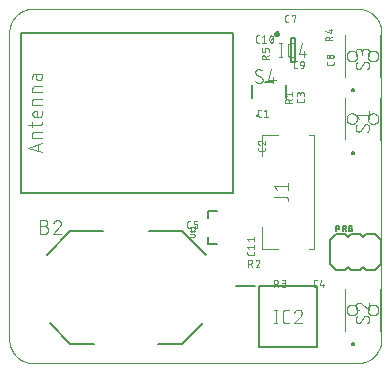
<source format=gto>
G75*
%MOIN*%
%OFA0B0*%
%FSLAX25Y25*%
%IPPOS*%
%LPD*%
%AMOC8*
5,1,8,0,0,1.08239X$1,22.5*
%
%ADD10C,0.00000*%
%ADD11C,0.00591*%
%ADD12C,0.00400*%
%ADD13C,0.00787*%
%ADD14C,0.00394*%
%ADD15C,0.00984*%
%ADD16C,0.00800*%
%ADD17C,0.00100*%
%ADD18C,0.00500*%
D10*
X0050705Y0034957D02*
X0050705Y0137319D01*
X0050707Y0137509D01*
X0050714Y0137699D01*
X0050726Y0137889D01*
X0050742Y0138079D01*
X0050762Y0138268D01*
X0050788Y0138457D01*
X0050817Y0138645D01*
X0050852Y0138832D01*
X0050891Y0139018D01*
X0050934Y0139203D01*
X0050982Y0139388D01*
X0051034Y0139571D01*
X0051090Y0139752D01*
X0051151Y0139932D01*
X0051217Y0140111D01*
X0051286Y0140288D01*
X0051360Y0140464D01*
X0051438Y0140637D01*
X0051521Y0140809D01*
X0051607Y0140978D01*
X0051697Y0141146D01*
X0051792Y0141311D01*
X0051890Y0141474D01*
X0051993Y0141634D01*
X0052099Y0141792D01*
X0052209Y0141947D01*
X0052322Y0142100D01*
X0052440Y0142250D01*
X0052561Y0142396D01*
X0052685Y0142540D01*
X0052813Y0142681D01*
X0052944Y0142819D01*
X0053079Y0142954D01*
X0053217Y0143085D01*
X0053358Y0143213D01*
X0053502Y0143337D01*
X0053648Y0143458D01*
X0053798Y0143576D01*
X0053951Y0143689D01*
X0054106Y0143799D01*
X0054264Y0143905D01*
X0054424Y0144008D01*
X0054587Y0144106D01*
X0054752Y0144201D01*
X0054920Y0144291D01*
X0055089Y0144377D01*
X0055261Y0144460D01*
X0055434Y0144538D01*
X0055610Y0144612D01*
X0055787Y0144681D01*
X0055966Y0144747D01*
X0056146Y0144808D01*
X0056327Y0144864D01*
X0056510Y0144916D01*
X0056695Y0144964D01*
X0056880Y0145007D01*
X0057066Y0145046D01*
X0057253Y0145081D01*
X0057441Y0145110D01*
X0057630Y0145136D01*
X0057819Y0145156D01*
X0058009Y0145172D01*
X0058199Y0145184D01*
X0058389Y0145191D01*
X0058579Y0145193D01*
X0166846Y0145193D01*
X0167036Y0145191D01*
X0167226Y0145184D01*
X0167416Y0145172D01*
X0167606Y0145156D01*
X0167795Y0145136D01*
X0167984Y0145110D01*
X0168172Y0145081D01*
X0168359Y0145046D01*
X0168545Y0145007D01*
X0168730Y0144964D01*
X0168915Y0144916D01*
X0169098Y0144864D01*
X0169279Y0144808D01*
X0169459Y0144747D01*
X0169638Y0144681D01*
X0169815Y0144612D01*
X0169991Y0144538D01*
X0170164Y0144460D01*
X0170336Y0144377D01*
X0170505Y0144291D01*
X0170673Y0144201D01*
X0170838Y0144106D01*
X0171001Y0144008D01*
X0171161Y0143905D01*
X0171319Y0143799D01*
X0171474Y0143689D01*
X0171627Y0143576D01*
X0171777Y0143458D01*
X0171923Y0143337D01*
X0172067Y0143213D01*
X0172208Y0143085D01*
X0172346Y0142954D01*
X0172481Y0142819D01*
X0172612Y0142681D01*
X0172740Y0142540D01*
X0172864Y0142396D01*
X0172985Y0142250D01*
X0173103Y0142100D01*
X0173216Y0141947D01*
X0173326Y0141792D01*
X0173432Y0141634D01*
X0173535Y0141474D01*
X0173633Y0141311D01*
X0173728Y0141146D01*
X0173818Y0140978D01*
X0173904Y0140809D01*
X0173987Y0140637D01*
X0174065Y0140464D01*
X0174139Y0140288D01*
X0174208Y0140111D01*
X0174274Y0139932D01*
X0174335Y0139752D01*
X0174391Y0139571D01*
X0174443Y0139388D01*
X0174491Y0139203D01*
X0174534Y0139018D01*
X0174573Y0138832D01*
X0174608Y0138645D01*
X0174637Y0138457D01*
X0174663Y0138268D01*
X0174683Y0138079D01*
X0174699Y0137889D01*
X0174711Y0137699D01*
X0174718Y0137509D01*
X0174720Y0137319D01*
X0174720Y0034957D01*
X0174718Y0034767D01*
X0174711Y0034577D01*
X0174699Y0034387D01*
X0174683Y0034197D01*
X0174663Y0034008D01*
X0174637Y0033819D01*
X0174608Y0033631D01*
X0174573Y0033444D01*
X0174534Y0033258D01*
X0174491Y0033073D01*
X0174443Y0032888D01*
X0174391Y0032705D01*
X0174335Y0032524D01*
X0174274Y0032344D01*
X0174208Y0032165D01*
X0174139Y0031988D01*
X0174065Y0031812D01*
X0173987Y0031639D01*
X0173904Y0031467D01*
X0173818Y0031298D01*
X0173728Y0031130D01*
X0173633Y0030965D01*
X0173535Y0030802D01*
X0173432Y0030642D01*
X0173326Y0030484D01*
X0173216Y0030329D01*
X0173103Y0030176D01*
X0172985Y0030026D01*
X0172864Y0029880D01*
X0172740Y0029736D01*
X0172612Y0029595D01*
X0172481Y0029457D01*
X0172346Y0029322D01*
X0172208Y0029191D01*
X0172067Y0029063D01*
X0171923Y0028939D01*
X0171777Y0028818D01*
X0171627Y0028700D01*
X0171474Y0028587D01*
X0171319Y0028477D01*
X0171161Y0028371D01*
X0171001Y0028268D01*
X0170838Y0028170D01*
X0170673Y0028075D01*
X0170505Y0027985D01*
X0170336Y0027899D01*
X0170164Y0027816D01*
X0169991Y0027738D01*
X0169815Y0027664D01*
X0169638Y0027595D01*
X0169459Y0027529D01*
X0169279Y0027468D01*
X0169098Y0027412D01*
X0168915Y0027360D01*
X0168730Y0027312D01*
X0168545Y0027269D01*
X0168359Y0027230D01*
X0168172Y0027195D01*
X0167984Y0027166D01*
X0167795Y0027140D01*
X0167606Y0027120D01*
X0167416Y0027104D01*
X0167226Y0027092D01*
X0167036Y0027085D01*
X0166846Y0027083D01*
X0058579Y0027083D01*
X0058389Y0027085D01*
X0058199Y0027092D01*
X0058009Y0027104D01*
X0057819Y0027120D01*
X0057630Y0027140D01*
X0057441Y0027166D01*
X0057253Y0027195D01*
X0057066Y0027230D01*
X0056880Y0027269D01*
X0056695Y0027312D01*
X0056510Y0027360D01*
X0056327Y0027412D01*
X0056146Y0027468D01*
X0055966Y0027529D01*
X0055787Y0027595D01*
X0055610Y0027664D01*
X0055434Y0027738D01*
X0055261Y0027816D01*
X0055089Y0027899D01*
X0054920Y0027985D01*
X0054752Y0028075D01*
X0054587Y0028170D01*
X0054424Y0028268D01*
X0054264Y0028371D01*
X0054106Y0028477D01*
X0053951Y0028587D01*
X0053798Y0028700D01*
X0053648Y0028818D01*
X0053502Y0028939D01*
X0053358Y0029063D01*
X0053217Y0029191D01*
X0053079Y0029322D01*
X0052944Y0029457D01*
X0052813Y0029595D01*
X0052685Y0029736D01*
X0052561Y0029880D01*
X0052440Y0030026D01*
X0052322Y0030176D01*
X0052209Y0030329D01*
X0052099Y0030484D01*
X0051993Y0030642D01*
X0051890Y0030802D01*
X0051792Y0030965D01*
X0051697Y0031130D01*
X0051607Y0031298D01*
X0051521Y0031467D01*
X0051438Y0031639D01*
X0051360Y0031812D01*
X0051286Y0031988D01*
X0051217Y0032165D01*
X0051151Y0032344D01*
X0051090Y0032524D01*
X0051034Y0032705D01*
X0050982Y0032888D01*
X0050934Y0033073D01*
X0050891Y0033258D01*
X0050852Y0033444D01*
X0050817Y0033631D01*
X0050788Y0033819D01*
X0050762Y0034008D01*
X0050742Y0034197D01*
X0050726Y0034387D01*
X0050714Y0034577D01*
X0050707Y0034767D01*
X0050705Y0034957D01*
X0163106Y0044799D02*
X0163108Y0044883D01*
X0163114Y0044966D01*
X0163124Y0045049D01*
X0163138Y0045132D01*
X0163155Y0045214D01*
X0163177Y0045295D01*
X0163202Y0045374D01*
X0163231Y0045453D01*
X0163264Y0045530D01*
X0163300Y0045605D01*
X0163340Y0045679D01*
X0163383Y0045751D01*
X0163430Y0045820D01*
X0163480Y0045887D01*
X0163533Y0045952D01*
X0163589Y0046014D01*
X0163647Y0046074D01*
X0163709Y0046131D01*
X0163773Y0046184D01*
X0163840Y0046235D01*
X0163909Y0046282D01*
X0163980Y0046327D01*
X0164053Y0046367D01*
X0164128Y0046404D01*
X0164205Y0046438D01*
X0164283Y0046468D01*
X0164362Y0046494D01*
X0164443Y0046517D01*
X0164525Y0046535D01*
X0164607Y0046550D01*
X0164690Y0046561D01*
X0164773Y0046568D01*
X0164857Y0046571D01*
X0164941Y0046570D01*
X0165024Y0046565D01*
X0165108Y0046556D01*
X0165190Y0046543D01*
X0165272Y0046527D01*
X0165353Y0046506D01*
X0165434Y0046482D01*
X0165512Y0046454D01*
X0165590Y0046422D01*
X0165666Y0046386D01*
X0165740Y0046347D01*
X0165812Y0046305D01*
X0165882Y0046259D01*
X0165950Y0046210D01*
X0166015Y0046158D01*
X0166078Y0046103D01*
X0166138Y0046045D01*
X0166196Y0045984D01*
X0166250Y0045920D01*
X0166302Y0045854D01*
X0166350Y0045786D01*
X0166395Y0045715D01*
X0166436Y0045642D01*
X0166475Y0045568D01*
X0166509Y0045492D01*
X0166540Y0045414D01*
X0166567Y0045335D01*
X0166591Y0045254D01*
X0166610Y0045173D01*
X0166626Y0045091D01*
X0166638Y0045008D01*
X0166646Y0044924D01*
X0166650Y0044841D01*
X0166650Y0044757D01*
X0166646Y0044674D01*
X0166638Y0044590D01*
X0166626Y0044507D01*
X0166610Y0044425D01*
X0166591Y0044344D01*
X0166567Y0044263D01*
X0166540Y0044184D01*
X0166509Y0044106D01*
X0166475Y0044030D01*
X0166436Y0043956D01*
X0166395Y0043883D01*
X0166350Y0043812D01*
X0166302Y0043744D01*
X0166250Y0043678D01*
X0166196Y0043614D01*
X0166138Y0043553D01*
X0166078Y0043495D01*
X0166015Y0043440D01*
X0165950Y0043388D01*
X0165882Y0043339D01*
X0165812Y0043293D01*
X0165740Y0043251D01*
X0165666Y0043212D01*
X0165590Y0043176D01*
X0165512Y0043144D01*
X0165434Y0043116D01*
X0165353Y0043092D01*
X0165272Y0043071D01*
X0165190Y0043055D01*
X0165108Y0043042D01*
X0165024Y0043033D01*
X0164941Y0043028D01*
X0164857Y0043027D01*
X0164773Y0043030D01*
X0164690Y0043037D01*
X0164607Y0043048D01*
X0164525Y0043063D01*
X0164443Y0043081D01*
X0164362Y0043104D01*
X0164283Y0043130D01*
X0164205Y0043160D01*
X0164128Y0043194D01*
X0164053Y0043231D01*
X0163980Y0043271D01*
X0163909Y0043316D01*
X0163840Y0043363D01*
X0163773Y0043414D01*
X0163709Y0043467D01*
X0163647Y0043524D01*
X0163589Y0043584D01*
X0163533Y0043646D01*
X0163480Y0043711D01*
X0163430Y0043778D01*
X0163383Y0043847D01*
X0163340Y0043919D01*
X0163300Y0043993D01*
X0163264Y0044068D01*
X0163231Y0044145D01*
X0163202Y0044224D01*
X0163177Y0044303D01*
X0163155Y0044384D01*
X0163138Y0044466D01*
X0163124Y0044549D01*
X0163114Y0044632D01*
X0163108Y0044715D01*
X0163106Y0044799D01*
X0170193Y0044799D02*
X0170195Y0044883D01*
X0170201Y0044966D01*
X0170211Y0045049D01*
X0170225Y0045132D01*
X0170242Y0045214D01*
X0170264Y0045295D01*
X0170289Y0045374D01*
X0170318Y0045453D01*
X0170351Y0045530D01*
X0170387Y0045605D01*
X0170427Y0045679D01*
X0170470Y0045751D01*
X0170517Y0045820D01*
X0170567Y0045887D01*
X0170620Y0045952D01*
X0170676Y0046014D01*
X0170734Y0046074D01*
X0170796Y0046131D01*
X0170860Y0046184D01*
X0170927Y0046235D01*
X0170996Y0046282D01*
X0171067Y0046327D01*
X0171140Y0046367D01*
X0171215Y0046404D01*
X0171292Y0046438D01*
X0171370Y0046468D01*
X0171449Y0046494D01*
X0171530Y0046517D01*
X0171612Y0046535D01*
X0171694Y0046550D01*
X0171777Y0046561D01*
X0171860Y0046568D01*
X0171944Y0046571D01*
X0172028Y0046570D01*
X0172111Y0046565D01*
X0172195Y0046556D01*
X0172277Y0046543D01*
X0172359Y0046527D01*
X0172440Y0046506D01*
X0172521Y0046482D01*
X0172599Y0046454D01*
X0172677Y0046422D01*
X0172753Y0046386D01*
X0172827Y0046347D01*
X0172899Y0046305D01*
X0172969Y0046259D01*
X0173037Y0046210D01*
X0173102Y0046158D01*
X0173165Y0046103D01*
X0173225Y0046045D01*
X0173283Y0045984D01*
X0173337Y0045920D01*
X0173389Y0045854D01*
X0173437Y0045786D01*
X0173482Y0045715D01*
X0173523Y0045642D01*
X0173562Y0045568D01*
X0173596Y0045492D01*
X0173627Y0045414D01*
X0173654Y0045335D01*
X0173678Y0045254D01*
X0173697Y0045173D01*
X0173713Y0045091D01*
X0173725Y0045008D01*
X0173733Y0044924D01*
X0173737Y0044841D01*
X0173737Y0044757D01*
X0173733Y0044674D01*
X0173725Y0044590D01*
X0173713Y0044507D01*
X0173697Y0044425D01*
X0173678Y0044344D01*
X0173654Y0044263D01*
X0173627Y0044184D01*
X0173596Y0044106D01*
X0173562Y0044030D01*
X0173523Y0043956D01*
X0173482Y0043883D01*
X0173437Y0043812D01*
X0173389Y0043744D01*
X0173337Y0043678D01*
X0173283Y0043614D01*
X0173225Y0043553D01*
X0173165Y0043495D01*
X0173102Y0043440D01*
X0173037Y0043388D01*
X0172969Y0043339D01*
X0172899Y0043293D01*
X0172827Y0043251D01*
X0172753Y0043212D01*
X0172677Y0043176D01*
X0172599Y0043144D01*
X0172521Y0043116D01*
X0172440Y0043092D01*
X0172359Y0043071D01*
X0172277Y0043055D01*
X0172195Y0043042D01*
X0172111Y0043033D01*
X0172028Y0043028D01*
X0171944Y0043027D01*
X0171860Y0043030D01*
X0171777Y0043037D01*
X0171694Y0043048D01*
X0171612Y0043063D01*
X0171530Y0043081D01*
X0171449Y0043104D01*
X0171370Y0043130D01*
X0171292Y0043160D01*
X0171215Y0043194D01*
X0171140Y0043231D01*
X0171067Y0043271D01*
X0170996Y0043316D01*
X0170927Y0043363D01*
X0170860Y0043414D01*
X0170796Y0043467D01*
X0170734Y0043524D01*
X0170676Y0043584D01*
X0170620Y0043646D01*
X0170567Y0043711D01*
X0170517Y0043778D01*
X0170470Y0043847D01*
X0170427Y0043919D01*
X0170387Y0043993D01*
X0170351Y0044068D01*
X0170318Y0044145D01*
X0170289Y0044224D01*
X0170264Y0044303D01*
X0170242Y0044384D01*
X0170225Y0044466D01*
X0170211Y0044549D01*
X0170201Y0044632D01*
X0170195Y0044715D01*
X0170193Y0044799D01*
X0170193Y0108579D02*
X0170195Y0108663D01*
X0170201Y0108746D01*
X0170211Y0108829D01*
X0170225Y0108912D01*
X0170242Y0108994D01*
X0170264Y0109075D01*
X0170289Y0109154D01*
X0170318Y0109233D01*
X0170351Y0109310D01*
X0170387Y0109385D01*
X0170427Y0109459D01*
X0170470Y0109531D01*
X0170517Y0109600D01*
X0170567Y0109667D01*
X0170620Y0109732D01*
X0170676Y0109794D01*
X0170734Y0109854D01*
X0170796Y0109911D01*
X0170860Y0109964D01*
X0170927Y0110015D01*
X0170996Y0110062D01*
X0171067Y0110107D01*
X0171140Y0110147D01*
X0171215Y0110184D01*
X0171292Y0110218D01*
X0171370Y0110248D01*
X0171449Y0110274D01*
X0171530Y0110297D01*
X0171612Y0110315D01*
X0171694Y0110330D01*
X0171777Y0110341D01*
X0171860Y0110348D01*
X0171944Y0110351D01*
X0172028Y0110350D01*
X0172111Y0110345D01*
X0172195Y0110336D01*
X0172277Y0110323D01*
X0172359Y0110307D01*
X0172440Y0110286D01*
X0172521Y0110262D01*
X0172599Y0110234D01*
X0172677Y0110202D01*
X0172753Y0110166D01*
X0172827Y0110127D01*
X0172899Y0110085D01*
X0172969Y0110039D01*
X0173037Y0109990D01*
X0173102Y0109938D01*
X0173165Y0109883D01*
X0173225Y0109825D01*
X0173283Y0109764D01*
X0173337Y0109700D01*
X0173389Y0109634D01*
X0173437Y0109566D01*
X0173482Y0109495D01*
X0173523Y0109422D01*
X0173562Y0109348D01*
X0173596Y0109272D01*
X0173627Y0109194D01*
X0173654Y0109115D01*
X0173678Y0109034D01*
X0173697Y0108953D01*
X0173713Y0108871D01*
X0173725Y0108788D01*
X0173733Y0108704D01*
X0173737Y0108621D01*
X0173737Y0108537D01*
X0173733Y0108454D01*
X0173725Y0108370D01*
X0173713Y0108287D01*
X0173697Y0108205D01*
X0173678Y0108124D01*
X0173654Y0108043D01*
X0173627Y0107964D01*
X0173596Y0107886D01*
X0173562Y0107810D01*
X0173523Y0107736D01*
X0173482Y0107663D01*
X0173437Y0107592D01*
X0173389Y0107524D01*
X0173337Y0107458D01*
X0173283Y0107394D01*
X0173225Y0107333D01*
X0173165Y0107275D01*
X0173102Y0107220D01*
X0173037Y0107168D01*
X0172969Y0107119D01*
X0172899Y0107073D01*
X0172827Y0107031D01*
X0172753Y0106992D01*
X0172677Y0106956D01*
X0172599Y0106924D01*
X0172521Y0106896D01*
X0172440Y0106872D01*
X0172359Y0106851D01*
X0172277Y0106835D01*
X0172195Y0106822D01*
X0172111Y0106813D01*
X0172028Y0106808D01*
X0171944Y0106807D01*
X0171860Y0106810D01*
X0171777Y0106817D01*
X0171694Y0106828D01*
X0171612Y0106843D01*
X0171530Y0106861D01*
X0171449Y0106884D01*
X0171370Y0106910D01*
X0171292Y0106940D01*
X0171215Y0106974D01*
X0171140Y0107011D01*
X0171067Y0107051D01*
X0170996Y0107096D01*
X0170927Y0107143D01*
X0170860Y0107194D01*
X0170796Y0107247D01*
X0170734Y0107304D01*
X0170676Y0107364D01*
X0170620Y0107426D01*
X0170567Y0107491D01*
X0170517Y0107558D01*
X0170470Y0107627D01*
X0170427Y0107699D01*
X0170387Y0107773D01*
X0170351Y0107848D01*
X0170318Y0107925D01*
X0170289Y0108004D01*
X0170264Y0108083D01*
X0170242Y0108164D01*
X0170225Y0108246D01*
X0170211Y0108329D01*
X0170201Y0108412D01*
X0170195Y0108495D01*
X0170193Y0108579D01*
X0163106Y0108579D02*
X0163108Y0108663D01*
X0163114Y0108746D01*
X0163124Y0108829D01*
X0163138Y0108912D01*
X0163155Y0108994D01*
X0163177Y0109075D01*
X0163202Y0109154D01*
X0163231Y0109233D01*
X0163264Y0109310D01*
X0163300Y0109385D01*
X0163340Y0109459D01*
X0163383Y0109531D01*
X0163430Y0109600D01*
X0163480Y0109667D01*
X0163533Y0109732D01*
X0163589Y0109794D01*
X0163647Y0109854D01*
X0163709Y0109911D01*
X0163773Y0109964D01*
X0163840Y0110015D01*
X0163909Y0110062D01*
X0163980Y0110107D01*
X0164053Y0110147D01*
X0164128Y0110184D01*
X0164205Y0110218D01*
X0164283Y0110248D01*
X0164362Y0110274D01*
X0164443Y0110297D01*
X0164525Y0110315D01*
X0164607Y0110330D01*
X0164690Y0110341D01*
X0164773Y0110348D01*
X0164857Y0110351D01*
X0164941Y0110350D01*
X0165024Y0110345D01*
X0165108Y0110336D01*
X0165190Y0110323D01*
X0165272Y0110307D01*
X0165353Y0110286D01*
X0165434Y0110262D01*
X0165512Y0110234D01*
X0165590Y0110202D01*
X0165666Y0110166D01*
X0165740Y0110127D01*
X0165812Y0110085D01*
X0165882Y0110039D01*
X0165950Y0109990D01*
X0166015Y0109938D01*
X0166078Y0109883D01*
X0166138Y0109825D01*
X0166196Y0109764D01*
X0166250Y0109700D01*
X0166302Y0109634D01*
X0166350Y0109566D01*
X0166395Y0109495D01*
X0166436Y0109422D01*
X0166475Y0109348D01*
X0166509Y0109272D01*
X0166540Y0109194D01*
X0166567Y0109115D01*
X0166591Y0109034D01*
X0166610Y0108953D01*
X0166626Y0108871D01*
X0166638Y0108788D01*
X0166646Y0108704D01*
X0166650Y0108621D01*
X0166650Y0108537D01*
X0166646Y0108454D01*
X0166638Y0108370D01*
X0166626Y0108287D01*
X0166610Y0108205D01*
X0166591Y0108124D01*
X0166567Y0108043D01*
X0166540Y0107964D01*
X0166509Y0107886D01*
X0166475Y0107810D01*
X0166436Y0107736D01*
X0166395Y0107663D01*
X0166350Y0107592D01*
X0166302Y0107524D01*
X0166250Y0107458D01*
X0166196Y0107394D01*
X0166138Y0107333D01*
X0166078Y0107275D01*
X0166015Y0107220D01*
X0165950Y0107168D01*
X0165882Y0107119D01*
X0165812Y0107073D01*
X0165740Y0107031D01*
X0165666Y0106992D01*
X0165590Y0106956D01*
X0165512Y0106924D01*
X0165434Y0106896D01*
X0165353Y0106872D01*
X0165272Y0106851D01*
X0165190Y0106835D01*
X0165108Y0106822D01*
X0165024Y0106813D01*
X0164941Y0106808D01*
X0164857Y0106807D01*
X0164773Y0106810D01*
X0164690Y0106817D01*
X0164607Y0106828D01*
X0164525Y0106843D01*
X0164443Y0106861D01*
X0164362Y0106884D01*
X0164283Y0106910D01*
X0164205Y0106940D01*
X0164128Y0106974D01*
X0164053Y0107011D01*
X0163980Y0107051D01*
X0163909Y0107096D01*
X0163840Y0107143D01*
X0163773Y0107194D01*
X0163709Y0107247D01*
X0163647Y0107304D01*
X0163589Y0107364D01*
X0163533Y0107426D01*
X0163480Y0107491D01*
X0163430Y0107558D01*
X0163383Y0107627D01*
X0163340Y0107699D01*
X0163300Y0107773D01*
X0163264Y0107848D01*
X0163231Y0107925D01*
X0163202Y0108004D01*
X0163177Y0108083D01*
X0163155Y0108164D01*
X0163138Y0108246D01*
X0163124Y0108329D01*
X0163114Y0108412D01*
X0163108Y0108495D01*
X0163106Y0108579D01*
X0163106Y0129445D02*
X0163108Y0129529D01*
X0163114Y0129612D01*
X0163124Y0129695D01*
X0163138Y0129778D01*
X0163155Y0129860D01*
X0163177Y0129941D01*
X0163202Y0130020D01*
X0163231Y0130099D01*
X0163264Y0130176D01*
X0163300Y0130251D01*
X0163340Y0130325D01*
X0163383Y0130397D01*
X0163430Y0130466D01*
X0163480Y0130533D01*
X0163533Y0130598D01*
X0163589Y0130660D01*
X0163647Y0130720D01*
X0163709Y0130777D01*
X0163773Y0130830D01*
X0163840Y0130881D01*
X0163909Y0130928D01*
X0163980Y0130973D01*
X0164053Y0131013D01*
X0164128Y0131050D01*
X0164205Y0131084D01*
X0164283Y0131114D01*
X0164362Y0131140D01*
X0164443Y0131163D01*
X0164525Y0131181D01*
X0164607Y0131196D01*
X0164690Y0131207D01*
X0164773Y0131214D01*
X0164857Y0131217D01*
X0164941Y0131216D01*
X0165024Y0131211D01*
X0165108Y0131202D01*
X0165190Y0131189D01*
X0165272Y0131173D01*
X0165353Y0131152D01*
X0165434Y0131128D01*
X0165512Y0131100D01*
X0165590Y0131068D01*
X0165666Y0131032D01*
X0165740Y0130993D01*
X0165812Y0130951D01*
X0165882Y0130905D01*
X0165950Y0130856D01*
X0166015Y0130804D01*
X0166078Y0130749D01*
X0166138Y0130691D01*
X0166196Y0130630D01*
X0166250Y0130566D01*
X0166302Y0130500D01*
X0166350Y0130432D01*
X0166395Y0130361D01*
X0166436Y0130288D01*
X0166475Y0130214D01*
X0166509Y0130138D01*
X0166540Y0130060D01*
X0166567Y0129981D01*
X0166591Y0129900D01*
X0166610Y0129819D01*
X0166626Y0129737D01*
X0166638Y0129654D01*
X0166646Y0129570D01*
X0166650Y0129487D01*
X0166650Y0129403D01*
X0166646Y0129320D01*
X0166638Y0129236D01*
X0166626Y0129153D01*
X0166610Y0129071D01*
X0166591Y0128990D01*
X0166567Y0128909D01*
X0166540Y0128830D01*
X0166509Y0128752D01*
X0166475Y0128676D01*
X0166436Y0128602D01*
X0166395Y0128529D01*
X0166350Y0128458D01*
X0166302Y0128390D01*
X0166250Y0128324D01*
X0166196Y0128260D01*
X0166138Y0128199D01*
X0166078Y0128141D01*
X0166015Y0128086D01*
X0165950Y0128034D01*
X0165882Y0127985D01*
X0165812Y0127939D01*
X0165740Y0127897D01*
X0165666Y0127858D01*
X0165590Y0127822D01*
X0165512Y0127790D01*
X0165434Y0127762D01*
X0165353Y0127738D01*
X0165272Y0127717D01*
X0165190Y0127701D01*
X0165108Y0127688D01*
X0165024Y0127679D01*
X0164941Y0127674D01*
X0164857Y0127673D01*
X0164773Y0127676D01*
X0164690Y0127683D01*
X0164607Y0127694D01*
X0164525Y0127709D01*
X0164443Y0127727D01*
X0164362Y0127750D01*
X0164283Y0127776D01*
X0164205Y0127806D01*
X0164128Y0127840D01*
X0164053Y0127877D01*
X0163980Y0127917D01*
X0163909Y0127962D01*
X0163840Y0128009D01*
X0163773Y0128060D01*
X0163709Y0128113D01*
X0163647Y0128170D01*
X0163589Y0128230D01*
X0163533Y0128292D01*
X0163480Y0128357D01*
X0163430Y0128424D01*
X0163383Y0128493D01*
X0163340Y0128565D01*
X0163300Y0128639D01*
X0163264Y0128714D01*
X0163231Y0128791D01*
X0163202Y0128870D01*
X0163177Y0128949D01*
X0163155Y0129030D01*
X0163138Y0129112D01*
X0163124Y0129195D01*
X0163114Y0129278D01*
X0163108Y0129361D01*
X0163106Y0129445D01*
X0170193Y0129445D02*
X0170195Y0129529D01*
X0170201Y0129612D01*
X0170211Y0129695D01*
X0170225Y0129778D01*
X0170242Y0129860D01*
X0170264Y0129941D01*
X0170289Y0130020D01*
X0170318Y0130099D01*
X0170351Y0130176D01*
X0170387Y0130251D01*
X0170427Y0130325D01*
X0170470Y0130397D01*
X0170517Y0130466D01*
X0170567Y0130533D01*
X0170620Y0130598D01*
X0170676Y0130660D01*
X0170734Y0130720D01*
X0170796Y0130777D01*
X0170860Y0130830D01*
X0170927Y0130881D01*
X0170996Y0130928D01*
X0171067Y0130973D01*
X0171140Y0131013D01*
X0171215Y0131050D01*
X0171292Y0131084D01*
X0171370Y0131114D01*
X0171449Y0131140D01*
X0171530Y0131163D01*
X0171612Y0131181D01*
X0171694Y0131196D01*
X0171777Y0131207D01*
X0171860Y0131214D01*
X0171944Y0131217D01*
X0172028Y0131216D01*
X0172111Y0131211D01*
X0172195Y0131202D01*
X0172277Y0131189D01*
X0172359Y0131173D01*
X0172440Y0131152D01*
X0172521Y0131128D01*
X0172599Y0131100D01*
X0172677Y0131068D01*
X0172753Y0131032D01*
X0172827Y0130993D01*
X0172899Y0130951D01*
X0172969Y0130905D01*
X0173037Y0130856D01*
X0173102Y0130804D01*
X0173165Y0130749D01*
X0173225Y0130691D01*
X0173283Y0130630D01*
X0173337Y0130566D01*
X0173389Y0130500D01*
X0173437Y0130432D01*
X0173482Y0130361D01*
X0173523Y0130288D01*
X0173562Y0130214D01*
X0173596Y0130138D01*
X0173627Y0130060D01*
X0173654Y0129981D01*
X0173678Y0129900D01*
X0173697Y0129819D01*
X0173713Y0129737D01*
X0173725Y0129654D01*
X0173733Y0129570D01*
X0173737Y0129487D01*
X0173737Y0129403D01*
X0173733Y0129320D01*
X0173725Y0129236D01*
X0173713Y0129153D01*
X0173697Y0129071D01*
X0173678Y0128990D01*
X0173654Y0128909D01*
X0173627Y0128830D01*
X0173596Y0128752D01*
X0173562Y0128676D01*
X0173523Y0128602D01*
X0173482Y0128529D01*
X0173437Y0128458D01*
X0173389Y0128390D01*
X0173337Y0128324D01*
X0173283Y0128260D01*
X0173225Y0128199D01*
X0173165Y0128141D01*
X0173102Y0128086D01*
X0173037Y0128034D01*
X0172969Y0127985D01*
X0172899Y0127939D01*
X0172827Y0127897D01*
X0172753Y0127858D01*
X0172677Y0127822D01*
X0172599Y0127790D01*
X0172521Y0127762D01*
X0172440Y0127738D01*
X0172359Y0127717D01*
X0172277Y0127701D01*
X0172195Y0127688D01*
X0172111Y0127679D01*
X0172028Y0127674D01*
X0171944Y0127673D01*
X0171860Y0127676D01*
X0171777Y0127683D01*
X0171694Y0127694D01*
X0171612Y0127709D01*
X0171530Y0127727D01*
X0171449Y0127750D01*
X0171370Y0127776D01*
X0171292Y0127806D01*
X0171215Y0127840D01*
X0171140Y0127877D01*
X0171067Y0127917D01*
X0170996Y0127962D01*
X0170927Y0128009D01*
X0170860Y0128060D01*
X0170796Y0128113D01*
X0170734Y0128170D01*
X0170676Y0128230D01*
X0170620Y0128292D01*
X0170567Y0128357D01*
X0170517Y0128424D01*
X0170470Y0128493D01*
X0170427Y0128565D01*
X0170387Y0128639D01*
X0170351Y0128714D01*
X0170318Y0128791D01*
X0170289Y0128870D01*
X0170264Y0128949D01*
X0170242Y0129030D01*
X0170225Y0129112D01*
X0170211Y0129195D01*
X0170201Y0129278D01*
X0170195Y0129361D01*
X0170193Y0129445D01*
D11*
X0125311Y0136965D02*
X0054445Y0136965D01*
X0054445Y0083815D01*
X0125311Y0083815D01*
X0125311Y0136965D01*
D12*
X0132811Y0135776D02*
X0132811Y0134468D01*
X0132813Y0134425D01*
X0132818Y0134382D01*
X0132827Y0134339D01*
X0132839Y0134298D01*
X0132855Y0134258D01*
X0132874Y0134219D01*
X0132896Y0134181D01*
X0132921Y0134146D01*
X0132949Y0134113D01*
X0132980Y0134082D01*
X0133013Y0134054D01*
X0133048Y0134029D01*
X0133086Y0134007D01*
X0133125Y0133988D01*
X0133165Y0133972D01*
X0133206Y0133960D01*
X0133249Y0133951D01*
X0133292Y0133946D01*
X0133335Y0133944D01*
X0133858Y0133944D01*
X0134888Y0133944D02*
X0136197Y0133944D01*
X0135542Y0133944D02*
X0135542Y0136300D01*
X0134888Y0135776D01*
X0133858Y0136300D02*
X0133335Y0136300D01*
X0133289Y0136298D01*
X0133244Y0136292D01*
X0133199Y0136282D01*
X0133156Y0136268D01*
X0133114Y0136251D01*
X0133073Y0136230D01*
X0133034Y0136205D01*
X0132998Y0136177D01*
X0132964Y0136147D01*
X0132934Y0136113D01*
X0132906Y0136077D01*
X0132881Y0136038D01*
X0132860Y0135997D01*
X0132843Y0135955D01*
X0132829Y0135912D01*
X0132819Y0135867D01*
X0132813Y0135822D01*
X0132811Y0135776D01*
X0138481Y0134271D02*
X0138514Y0134344D01*
X0138545Y0134418D01*
X0138572Y0134493D01*
X0138597Y0134569D01*
X0138618Y0134647D01*
X0138636Y0134725D01*
X0138651Y0134803D01*
X0138662Y0134882D01*
X0138670Y0134962D01*
X0138675Y0135042D01*
X0138677Y0135122D01*
X0137369Y0135122D02*
X0137371Y0135202D01*
X0137376Y0135282D01*
X0137384Y0135362D01*
X0137395Y0135441D01*
X0137410Y0135519D01*
X0137428Y0135597D01*
X0137449Y0135675D01*
X0137474Y0135751D01*
X0137501Y0135826D01*
X0137532Y0135900D01*
X0137565Y0135973D01*
X0138023Y0136300D02*
X0138066Y0136298D01*
X0138108Y0136292D01*
X0138150Y0136283D01*
X0138191Y0136270D01*
X0138230Y0136253D01*
X0138268Y0136233D01*
X0138304Y0136210D01*
X0138338Y0136183D01*
X0138369Y0136154D01*
X0138398Y0136122D01*
X0138424Y0136088D01*
X0138446Y0136051D01*
X0138465Y0136013D01*
X0138481Y0135973D01*
X0138546Y0135776D02*
X0137499Y0134468D01*
X0138023Y0133944D02*
X0138066Y0133946D01*
X0138108Y0133952D01*
X0138150Y0133961D01*
X0138191Y0133974D01*
X0138230Y0133991D01*
X0138268Y0134011D01*
X0138304Y0134034D01*
X0138338Y0134061D01*
X0138369Y0134090D01*
X0138398Y0134122D01*
X0138424Y0134156D01*
X0138446Y0134193D01*
X0138465Y0134231D01*
X0138481Y0134271D01*
X0138023Y0133944D02*
X0137980Y0133946D01*
X0137938Y0133952D01*
X0137896Y0133961D01*
X0137855Y0133974D01*
X0137816Y0133991D01*
X0137778Y0134011D01*
X0137742Y0134034D01*
X0137708Y0134061D01*
X0137677Y0134090D01*
X0137648Y0134122D01*
X0137622Y0134156D01*
X0137600Y0134193D01*
X0137581Y0134231D01*
X0137565Y0134271D01*
X0138677Y0135122D02*
X0138675Y0135202D01*
X0138670Y0135282D01*
X0138662Y0135362D01*
X0138651Y0135441D01*
X0138636Y0135519D01*
X0138618Y0135597D01*
X0138597Y0135675D01*
X0138572Y0135751D01*
X0138545Y0135826D01*
X0138514Y0135900D01*
X0138481Y0135973D01*
X0138023Y0136300D02*
X0137980Y0136298D01*
X0137938Y0136292D01*
X0137896Y0136283D01*
X0137855Y0136270D01*
X0137816Y0136253D01*
X0137778Y0136233D01*
X0137742Y0136210D01*
X0137708Y0136183D01*
X0137677Y0136154D01*
X0137648Y0136122D01*
X0137622Y0136088D01*
X0137600Y0136051D01*
X0137581Y0136013D01*
X0137565Y0135973D01*
X0137368Y0135122D02*
X0137370Y0135042D01*
X0137375Y0134962D01*
X0137383Y0134882D01*
X0137394Y0134803D01*
X0137409Y0134724D01*
X0137427Y0134646D01*
X0137448Y0134569D01*
X0137473Y0134493D01*
X0137500Y0134418D01*
X0137531Y0134344D01*
X0137564Y0134271D01*
X0136627Y0132116D02*
X0136365Y0132116D01*
X0136319Y0132114D01*
X0136274Y0132108D01*
X0136229Y0132098D01*
X0136186Y0132084D01*
X0136144Y0132067D01*
X0136103Y0132046D01*
X0136064Y0132021D01*
X0136028Y0131993D01*
X0135994Y0131963D01*
X0135964Y0131929D01*
X0135936Y0131893D01*
X0135911Y0131854D01*
X0135890Y0131813D01*
X0135873Y0131771D01*
X0135859Y0131728D01*
X0135849Y0131683D01*
X0135843Y0131638D01*
X0135841Y0131592D01*
X0135842Y0131592D02*
X0135842Y0130807D01*
X0134794Y0130807D01*
X0134794Y0132116D01*
X0136627Y0132116D02*
X0136670Y0132114D01*
X0136713Y0132109D01*
X0136756Y0132100D01*
X0136797Y0132088D01*
X0136837Y0132072D01*
X0136876Y0132053D01*
X0136914Y0132031D01*
X0136949Y0132006D01*
X0136982Y0131978D01*
X0137013Y0131947D01*
X0137041Y0131914D01*
X0137066Y0131879D01*
X0137088Y0131841D01*
X0137107Y0131802D01*
X0137123Y0131762D01*
X0137135Y0131721D01*
X0137144Y0131678D01*
X0137149Y0131635D01*
X0137151Y0131592D01*
X0137150Y0131592D02*
X0137150Y0130807D01*
X0137150Y0129658D02*
X0136103Y0129134D01*
X0136103Y0129003D02*
X0136103Y0128349D01*
X0136103Y0129003D02*
X0136101Y0129053D01*
X0136095Y0129103D01*
X0136086Y0129152D01*
X0136073Y0129200D01*
X0136056Y0129247D01*
X0136035Y0129293D01*
X0136011Y0129337D01*
X0135984Y0129379D01*
X0135954Y0129419D01*
X0135920Y0129457D01*
X0135884Y0129491D01*
X0135845Y0129523D01*
X0135804Y0129552D01*
X0135761Y0129578D01*
X0135717Y0129600D01*
X0135670Y0129619D01*
X0135622Y0129634D01*
X0135574Y0129645D01*
X0135524Y0129653D01*
X0135474Y0129657D01*
X0135424Y0129657D01*
X0135374Y0129653D01*
X0135324Y0129645D01*
X0135276Y0129634D01*
X0135228Y0129619D01*
X0135181Y0129600D01*
X0135137Y0129578D01*
X0135094Y0129552D01*
X0135053Y0129523D01*
X0135014Y0129491D01*
X0134978Y0129457D01*
X0134944Y0129419D01*
X0134914Y0129379D01*
X0134887Y0129337D01*
X0134863Y0129293D01*
X0134842Y0129247D01*
X0134825Y0129200D01*
X0134812Y0129152D01*
X0134803Y0129103D01*
X0134797Y0129053D01*
X0134795Y0129003D01*
X0134794Y0129003D02*
X0134794Y0128349D01*
X0137150Y0128349D01*
X0140623Y0129113D02*
X0141646Y0129113D01*
X0141135Y0129113D02*
X0141135Y0133713D01*
X0141646Y0133713D02*
X0140623Y0133713D01*
X0143444Y0132691D02*
X0143444Y0130136D01*
X0143446Y0130074D01*
X0143451Y0130013D01*
X0143461Y0129952D01*
X0143474Y0129891D01*
X0143490Y0129832D01*
X0143510Y0129774D01*
X0143534Y0129717D01*
X0143561Y0129661D01*
X0143591Y0129607D01*
X0143625Y0129555D01*
X0143661Y0129506D01*
X0143701Y0129458D01*
X0143743Y0129413D01*
X0143788Y0129371D01*
X0143836Y0129331D01*
X0143885Y0129295D01*
X0143937Y0129261D01*
X0143991Y0129231D01*
X0144047Y0129204D01*
X0144104Y0129180D01*
X0144162Y0129160D01*
X0144221Y0129144D01*
X0144282Y0129131D01*
X0144343Y0129121D01*
X0144404Y0129116D01*
X0144466Y0129114D01*
X0144466Y0129113D02*
X0145488Y0129113D01*
X0145992Y0127702D02*
X0146516Y0127702D01*
X0145992Y0127702D02*
X0145946Y0127700D01*
X0145901Y0127694D01*
X0145856Y0127684D01*
X0145813Y0127670D01*
X0145771Y0127653D01*
X0145730Y0127632D01*
X0145691Y0127607D01*
X0145655Y0127579D01*
X0145621Y0127549D01*
X0145591Y0127515D01*
X0145563Y0127479D01*
X0145538Y0127440D01*
X0145517Y0127399D01*
X0145500Y0127357D01*
X0145486Y0127314D01*
X0145476Y0127269D01*
X0145470Y0127224D01*
X0145468Y0127178D01*
X0145468Y0125869D01*
X0145470Y0125826D01*
X0145475Y0125783D01*
X0145484Y0125740D01*
X0145496Y0125699D01*
X0145512Y0125659D01*
X0145531Y0125620D01*
X0145553Y0125582D01*
X0145578Y0125547D01*
X0145606Y0125514D01*
X0145637Y0125483D01*
X0145670Y0125455D01*
X0145705Y0125430D01*
X0145743Y0125408D01*
X0145782Y0125389D01*
X0145822Y0125373D01*
X0145863Y0125361D01*
X0145906Y0125352D01*
X0145949Y0125347D01*
X0145992Y0125345D01*
X0145992Y0125346D02*
X0146516Y0125346D01*
X0147807Y0125346D02*
X0147870Y0125348D01*
X0147933Y0125354D01*
X0147996Y0125363D01*
X0148058Y0125376D01*
X0148118Y0125393D01*
X0148178Y0125414D01*
X0148237Y0125438D01*
X0148294Y0125466D01*
X0148349Y0125497D01*
X0148402Y0125531D01*
X0148453Y0125569D01*
X0148501Y0125609D01*
X0148547Y0125653D01*
X0148591Y0125699D01*
X0148631Y0125747D01*
X0148669Y0125798D01*
X0148703Y0125851D01*
X0148734Y0125906D01*
X0148762Y0125963D01*
X0148786Y0126022D01*
X0148807Y0126082D01*
X0148824Y0126142D01*
X0148837Y0126204D01*
X0148846Y0126267D01*
X0148852Y0126330D01*
X0148854Y0126393D01*
X0148854Y0127047D01*
X0148852Y0127097D01*
X0148846Y0127147D01*
X0148837Y0127196D01*
X0148824Y0127244D01*
X0148807Y0127291D01*
X0148786Y0127337D01*
X0148762Y0127381D01*
X0148735Y0127423D01*
X0148705Y0127463D01*
X0148671Y0127501D01*
X0148635Y0127535D01*
X0148596Y0127567D01*
X0148555Y0127596D01*
X0148512Y0127622D01*
X0148468Y0127644D01*
X0148421Y0127663D01*
X0148373Y0127678D01*
X0148325Y0127689D01*
X0148275Y0127697D01*
X0148225Y0127701D01*
X0148175Y0127701D01*
X0148125Y0127697D01*
X0148075Y0127689D01*
X0148027Y0127678D01*
X0147979Y0127663D01*
X0147932Y0127644D01*
X0147888Y0127622D01*
X0147845Y0127596D01*
X0147804Y0127567D01*
X0147765Y0127535D01*
X0147729Y0127501D01*
X0147695Y0127463D01*
X0147665Y0127423D01*
X0147638Y0127381D01*
X0147614Y0127337D01*
X0147593Y0127291D01*
X0147576Y0127244D01*
X0147563Y0127196D01*
X0147554Y0127147D01*
X0147548Y0127097D01*
X0147546Y0127047D01*
X0147546Y0126916D01*
X0147545Y0126916D02*
X0147547Y0126873D01*
X0147552Y0126830D01*
X0147561Y0126787D01*
X0147573Y0126746D01*
X0147589Y0126706D01*
X0147608Y0126667D01*
X0147630Y0126629D01*
X0147655Y0126594D01*
X0147683Y0126561D01*
X0147714Y0126530D01*
X0147747Y0126502D01*
X0147782Y0126477D01*
X0147820Y0126455D01*
X0147859Y0126436D01*
X0147899Y0126420D01*
X0147940Y0126408D01*
X0147983Y0126399D01*
X0148026Y0126394D01*
X0148069Y0126392D01*
X0148069Y0126393D02*
X0148854Y0126393D01*
X0148996Y0129113D02*
X0148996Y0131158D01*
X0149762Y0130136D02*
X0147207Y0130136D01*
X0148229Y0133713D01*
X0145488Y0133713D02*
X0144466Y0133713D01*
X0144404Y0133711D01*
X0144343Y0133706D01*
X0144282Y0133696D01*
X0144221Y0133683D01*
X0144162Y0133667D01*
X0144104Y0133647D01*
X0144047Y0133623D01*
X0143991Y0133596D01*
X0143937Y0133566D01*
X0143885Y0133532D01*
X0143836Y0133495D01*
X0143788Y0133456D01*
X0143743Y0133414D01*
X0143701Y0133369D01*
X0143661Y0133321D01*
X0143625Y0133272D01*
X0143591Y0133220D01*
X0143561Y0133166D01*
X0143534Y0133110D01*
X0143510Y0133053D01*
X0143490Y0132995D01*
X0143474Y0132936D01*
X0143461Y0132875D01*
X0143451Y0132814D01*
X0143446Y0132753D01*
X0143444Y0132691D01*
X0137959Y0125068D02*
X0136937Y0121490D01*
X0139492Y0121490D01*
X0138725Y0122512D02*
X0138725Y0120468D01*
X0134631Y0122384D02*
X0133225Y0123151D01*
X0133737Y0125068D02*
X0133819Y0125066D01*
X0133901Y0125061D01*
X0133983Y0125052D01*
X0134064Y0125040D01*
X0134145Y0125024D01*
X0134225Y0125005D01*
X0134304Y0124982D01*
X0134382Y0124956D01*
X0134459Y0124927D01*
X0134534Y0124894D01*
X0134608Y0124858D01*
X0134681Y0124820D01*
X0134752Y0124778D01*
X0134820Y0124733D01*
X0134887Y0124685D01*
X0133226Y0123151D02*
X0133172Y0123185D01*
X0133121Y0123222D01*
X0133072Y0123262D01*
X0133025Y0123305D01*
X0132982Y0123351D01*
X0132941Y0123399D01*
X0132903Y0123450D01*
X0132868Y0123503D01*
X0132836Y0123558D01*
X0132808Y0123615D01*
X0132784Y0123673D01*
X0132763Y0123733D01*
X0132746Y0123794D01*
X0132732Y0123856D01*
X0132723Y0123919D01*
X0132717Y0123982D01*
X0132715Y0124045D01*
X0132717Y0124107D01*
X0132722Y0124168D01*
X0132732Y0124229D01*
X0132745Y0124290D01*
X0132761Y0124349D01*
X0132781Y0124407D01*
X0132805Y0124464D01*
X0132832Y0124520D01*
X0132862Y0124574D01*
X0132896Y0124626D01*
X0132933Y0124675D01*
X0132972Y0124723D01*
X0133014Y0124768D01*
X0133059Y0124810D01*
X0133107Y0124850D01*
X0133156Y0124886D01*
X0133208Y0124920D01*
X0133262Y0124950D01*
X0133318Y0124977D01*
X0133375Y0125001D01*
X0133433Y0125021D01*
X0133492Y0125037D01*
X0133553Y0125050D01*
X0133614Y0125060D01*
X0133675Y0125065D01*
X0133737Y0125067D01*
X0132587Y0121107D02*
X0132651Y0121044D01*
X0132719Y0120985D01*
X0132788Y0120928D01*
X0132860Y0120874D01*
X0132934Y0120823D01*
X0133010Y0120775D01*
X0133087Y0120731D01*
X0133167Y0120690D01*
X0133248Y0120652D01*
X0133331Y0120617D01*
X0133415Y0120586D01*
X0133501Y0120559D01*
X0133587Y0120535D01*
X0133675Y0120514D01*
X0133763Y0120498D01*
X0133852Y0120485D01*
X0133941Y0120475D01*
X0134030Y0120470D01*
X0134120Y0120468D01*
X0134182Y0120470D01*
X0134243Y0120475D01*
X0134304Y0120485D01*
X0134365Y0120498D01*
X0134424Y0120514D01*
X0134482Y0120534D01*
X0134539Y0120558D01*
X0134595Y0120585D01*
X0134649Y0120615D01*
X0134701Y0120649D01*
X0134750Y0120685D01*
X0134798Y0120725D01*
X0134843Y0120767D01*
X0134885Y0120812D01*
X0134925Y0120860D01*
X0134961Y0120909D01*
X0134995Y0120961D01*
X0135025Y0121015D01*
X0135052Y0121071D01*
X0135076Y0121128D01*
X0135096Y0121186D01*
X0135112Y0121245D01*
X0135125Y0121306D01*
X0135135Y0121367D01*
X0135140Y0121428D01*
X0135142Y0121490D01*
X0135140Y0121553D01*
X0135134Y0121616D01*
X0135125Y0121679D01*
X0135111Y0121741D01*
X0135094Y0121802D01*
X0135073Y0121862D01*
X0135049Y0121920D01*
X0135021Y0121977D01*
X0134989Y0122032D01*
X0134954Y0122085D01*
X0134916Y0122136D01*
X0134875Y0122184D01*
X0134832Y0122230D01*
X0134785Y0122273D01*
X0134736Y0122313D01*
X0134685Y0122350D01*
X0134631Y0122384D01*
X0142606Y0116894D02*
X0144961Y0116894D01*
X0144961Y0116240D02*
X0144961Y0117549D01*
X0146543Y0116835D02*
X0146543Y0116049D01*
X0146542Y0116835D02*
X0146544Y0116879D01*
X0146550Y0116924D01*
X0146559Y0116967D01*
X0146572Y0117010D01*
X0146589Y0117051D01*
X0146609Y0117091D01*
X0146632Y0117128D01*
X0146658Y0117164D01*
X0146688Y0117198D01*
X0146720Y0117228D01*
X0146754Y0117256D01*
X0146791Y0117281D01*
X0146830Y0117303D01*
X0146871Y0117321D01*
X0146913Y0117336D01*
X0146956Y0117347D01*
X0146999Y0117355D01*
X0147044Y0117359D01*
X0147088Y0117359D01*
X0147133Y0117355D01*
X0147176Y0117347D01*
X0147219Y0117336D01*
X0147261Y0117321D01*
X0147302Y0117303D01*
X0147341Y0117281D01*
X0147378Y0117256D01*
X0147412Y0117228D01*
X0147444Y0117198D01*
X0147474Y0117164D01*
X0147500Y0117128D01*
X0147523Y0117091D01*
X0147543Y0117051D01*
X0147560Y0117010D01*
X0147573Y0116967D01*
X0147582Y0116924D01*
X0147588Y0116879D01*
X0147590Y0116835D01*
X0147590Y0116311D01*
X0147590Y0116704D02*
X0147592Y0116754D01*
X0147598Y0116804D01*
X0147607Y0116853D01*
X0147620Y0116901D01*
X0147637Y0116948D01*
X0147658Y0116994D01*
X0147682Y0117038D01*
X0147709Y0117080D01*
X0147739Y0117120D01*
X0147773Y0117158D01*
X0147809Y0117192D01*
X0147848Y0117224D01*
X0147889Y0117253D01*
X0147932Y0117279D01*
X0147976Y0117301D01*
X0148023Y0117320D01*
X0148071Y0117335D01*
X0148119Y0117346D01*
X0148169Y0117354D01*
X0148219Y0117358D01*
X0148269Y0117358D01*
X0148319Y0117354D01*
X0148369Y0117346D01*
X0148417Y0117335D01*
X0148465Y0117320D01*
X0148512Y0117301D01*
X0148556Y0117279D01*
X0148599Y0117253D01*
X0148640Y0117224D01*
X0148679Y0117192D01*
X0148715Y0117158D01*
X0148749Y0117120D01*
X0148779Y0117080D01*
X0148806Y0117038D01*
X0148830Y0116994D01*
X0148851Y0116948D01*
X0148868Y0116901D01*
X0148881Y0116853D01*
X0148890Y0116804D01*
X0148896Y0116754D01*
X0148898Y0116704D01*
X0148898Y0116049D01*
X0148898Y0115019D02*
X0148898Y0114496D01*
X0148899Y0114496D02*
X0148897Y0114453D01*
X0148892Y0114410D01*
X0148883Y0114367D01*
X0148871Y0114326D01*
X0148855Y0114286D01*
X0148836Y0114247D01*
X0148814Y0114209D01*
X0148789Y0114174D01*
X0148761Y0114141D01*
X0148730Y0114110D01*
X0148697Y0114082D01*
X0148662Y0114057D01*
X0148624Y0114035D01*
X0148585Y0114016D01*
X0148545Y0114000D01*
X0148504Y0113988D01*
X0148461Y0113979D01*
X0148418Y0113974D01*
X0148375Y0113972D01*
X0147066Y0113972D01*
X0147020Y0113974D01*
X0146975Y0113980D01*
X0146930Y0113990D01*
X0146887Y0114004D01*
X0146845Y0114021D01*
X0146804Y0114042D01*
X0146765Y0114067D01*
X0146729Y0114095D01*
X0146695Y0114125D01*
X0146665Y0114159D01*
X0146637Y0114195D01*
X0146612Y0114234D01*
X0146591Y0114275D01*
X0146574Y0114317D01*
X0146560Y0114360D01*
X0146550Y0114405D01*
X0146544Y0114450D01*
X0146542Y0114496D01*
X0146543Y0114496D02*
X0146543Y0115019D01*
X0144961Y0115091D02*
X0143914Y0114567D01*
X0143914Y0114436D02*
X0143914Y0113782D01*
X0143914Y0114436D02*
X0143912Y0114486D01*
X0143906Y0114536D01*
X0143897Y0114585D01*
X0143884Y0114633D01*
X0143867Y0114680D01*
X0143846Y0114726D01*
X0143822Y0114770D01*
X0143795Y0114812D01*
X0143765Y0114852D01*
X0143731Y0114890D01*
X0143695Y0114924D01*
X0143656Y0114956D01*
X0143615Y0114985D01*
X0143572Y0115011D01*
X0143528Y0115033D01*
X0143481Y0115052D01*
X0143433Y0115067D01*
X0143385Y0115078D01*
X0143335Y0115086D01*
X0143285Y0115090D01*
X0143235Y0115090D01*
X0143185Y0115086D01*
X0143135Y0115078D01*
X0143087Y0115067D01*
X0143039Y0115052D01*
X0142992Y0115033D01*
X0142948Y0115011D01*
X0142905Y0114985D01*
X0142864Y0114956D01*
X0142825Y0114924D01*
X0142789Y0114890D01*
X0142755Y0114852D01*
X0142725Y0114812D01*
X0142698Y0114770D01*
X0142674Y0114726D01*
X0142653Y0114680D01*
X0142636Y0114633D01*
X0142623Y0114585D01*
X0142614Y0114536D01*
X0142608Y0114486D01*
X0142606Y0114436D01*
X0142606Y0113782D01*
X0144961Y0113782D01*
X0143129Y0116240D02*
X0142606Y0116894D01*
X0136389Y0111560D02*
X0136389Y0109204D01*
X0135735Y0109204D02*
X0137043Y0109204D01*
X0135735Y0111036D02*
X0136389Y0111560D01*
X0134705Y0111560D02*
X0134181Y0111560D01*
X0134135Y0111558D01*
X0134090Y0111552D01*
X0134045Y0111542D01*
X0134002Y0111528D01*
X0133960Y0111511D01*
X0133919Y0111490D01*
X0133880Y0111465D01*
X0133844Y0111437D01*
X0133810Y0111407D01*
X0133780Y0111373D01*
X0133752Y0111337D01*
X0133727Y0111298D01*
X0133706Y0111257D01*
X0133689Y0111215D01*
X0133675Y0111172D01*
X0133665Y0111127D01*
X0133659Y0111082D01*
X0133657Y0111036D01*
X0133657Y0109727D01*
X0133659Y0109684D01*
X0133664Y0109641D01*
X0133673Y0109598D01*
X0133685Y0109557D01*
X0133701Y0109517D01*
X0133720Y0109478D01*
X0133742Y0109440D01*
X0133767Y0109405D01*
X0133795Y0109372D01*
X0133826Y0109341D01*
X0133859Y0109313D01*
X0133894Y0109288D01*
X0133932Y0109266D01*
X0133971Y0109247D01*
X0134011Y0109231D01*
X0134052Y0109219D01*
X0134095Y0109210D01*
X0134138Y0109205D01*
X0134181Y0109203D01*
X0134181Y0109204D02*
X0134705Y0109204D01*
X0135969Y0101217D02*
X0135969Y0099908D01*
X0134660Y0101020D01*
X0133613Y0100628D02*
X0133615Y0100575D01*
X0133620Y0100523D01*
X0133630Y0100470D01*
X0133642Y0100419D01*
X0133659Y0100369D01*
X0133679Y0100320D01*
X0133702Y0100272D01*
X0133728Y0100227D01*
X0133758Y0100183D01*
X0133790Y0100141D01*
X0133826Y0100102D01*
X0133864Y0100065D01*
X0133904Y0100031D01*
X0133947Y0100000D01*
X0133992Y0099972D01*
X0134039Y0099947D01*
X0134087Y0099926D01*
X0134137Y0099908D01*
X0134660Y0101021D02*
X0134627Y0101053D01*
X0134591Y0101083D01*
X0134554Y0101110D01*
X0134514Y0101135D01*
X0134473Y0101156D01*
X0134430Y0101175D01*
X0134386Y0101190D01*
X0134341Y0101202D01*
X0134295Y0101210D01*
X0134249Y0101215D01*
X0134202Y0101217D01*
X0134156Y0101215D01*
X0134110Y0101210D01*
X0134065Y0101201D01*
X0134020Y0101188D01*
X0133977Y0101172D01*
X0133935Y0101153D01*
X0133894Y0101130D01*
X0133856Y0101105D01*
X0133819Y0101076D01*
X0133786Y0101044D01*
X0133754Y0101011D01*
X0133725Y0100974D01*
X0133700Y0100936D01*
X0133677Y0100895D01*
X0133658Y0100853D01*
X0133642Y0100810D01*
X0133629Y0100765D01*
X0133620Y0100720D01*
X0133615Y0100674D01*
X0133613Y0100628D01*
X0133613Y0098878D02*
X0133613Y0098354D01*
X0133615Y0098308D01*
X0133621Y0098263D01*
X0133631Y0098218D01*
X0133645Y0098175D01*
X0133662Y0098133D01*
X0133683Y0098092D01*
X0133708Y0098053D01*
X0133736Y0098017D01*
X0133766Y0097983D01*
X0133800Y0097953D01*
X0133836Y0097925D01*
X0133875Y0097900D01*
X0133916Y0097879D01*
X0133958Y0097862D01*
X0134001Y0097848D01*
X0134046Y0097838D01*
X0134091Y0097832D01*
X0134137Y0097830D01*
X0134137Y0097831D02*
X0135446Y0097831D01*
X0135446Y0097830D02*
X0135489Y0097832D01*
X0135532Y0097837D01*
X0135575Y0097846D01*
X0135616Y0097858D01*
X0135656Y0097874D01*
X0135695Y0097893D01*
X0135733Y0097915D01*
X0135768Y0097940D01*
X0135801Y0097968D01*
X0135832Y0097999D01*
X0135860Y0098032D01*
X0135885Y0098067D01*
X0135907Y0098105D01*
X0135926Y0098144D01*
X0135942Y0098184D01*
X0135954Y0098225D01*
X0135963Y0098268D01*
X0135968Y0098311D01*
X0135970Y0098354D01*
X0135969Y0098354D02*
X0135969Y0098878D01*
X0143556Y0087252D02*
X0143556Y0084696D01*
X0143556Y0085974D02*
X0138956Y0085974D01*
X0139978Y0084696D01*
X0138956Y0082620D02*
X0142534Y0082620D01*
X0142596Y0082618D01*
X0142657Y0082613D01*
X0142718Y0082603D01*
X0142779Y0082590D01*
X0142838Y0082574D01*
X0142896Y0082554D01*
X0142953Y0082530D01*
X0143009Y0082503D01*
X0143063Y0082473D01*
X0143115Y0082439D01*
X0143164Y0082403D01*
X0143212Y0082363D01*
X0143257Y0082321D01*
X0143299Y0082276D01*
X0143339Y0082228D01*
X0143375Y0082179D01*
X0143409Y0082127D01*
X0143439Y0082073D01*
X0143466Y0082017D01*
X0143490Y0081960D01*
X0143510Y0081902D01*
X0143526Y0081843D01*
X0143539Y0081782D01*
X0143549Y0081721D01*
X0143554Y0081660D01*
X0143556Y0081598D01*
X0143556Y0081087D01*
X0132426Y0068992D02*
X0132426Y0067683D01*
X0132426Y0068338D02*
X0130070Y0068338D01*
X0130594Y0067683D01*
X0130070Y0065857D02*
X0132426Y0065857D01*
X0132426Y0065203D02*
X0132426Y0066512D01*
X0130594Y0065203D02*
X0130070Y0065857D01*
X0130070Y0064173D02*
X0130070Y0063649D01*
X0130072Y0063603D01*
X0130078Y0063558D01*
X0130088Y0063513D01*
X0130102Y0063470D01*
X0130119Y0063428D01*
X0130140Y0063387D01*
X0130165Y0063348D01*
X0130193Y0063312D01*
X0130223Y0063278D01*
X0130257Y0063248D01*
X0130293Y0063220D01*
X0130332Y0063195D01*
X0130373Y0063174D01*
X0130415Y0063157D01*
X0130458Y0063143D01*
X0130503Y0063133D01*
X0130548Y0063127D01*
X0130594Y0063125D01*
X0130594Y0063126D02*
X0131902Y0063126D01*
X0131902Y0063125D02*
X0131945Y0063127D01*
X0131988Y0063132D01*
X0132031Y0063141D01*
X0132072Y0063153D01*
X0132112Y0063169D01*
X0132151Y0063188D01*
X0132189Y0063210D01*
X0132224Y0063235D01*
X0132257Y0063263D01*
X0132288Y0063294D01*
X0132316Y0063327D01*
X0132341Y0063362D01*
X0132363Y0063400D01*
X0132382Y0063439D01*
X0132398Y0063479D01*
X0132410Y0063520D01*
X0132419Y0063563D01*
X0132424Y0063606D01*
X0132426Y0063649D01*
X0132426Y0064173D01*
X0130972Y0061560D02*
X0130317Y0061560D01*
X0130317Y0059204D01*
X0130317Y0060251D02*
X0130972Y0060251D01*
X0131103Y0060251D02*
X0131626Y0059204D01*
X0132775Y0059204D02*
X0134084Y0059204D01*
X0132775Y0059204D02*
X0133888Y0060513D01*
X0133495Y0061560D02*
X0133442Y0061558D01*
X0133390Y0061553D01*
X0133337Y0061543D01*
X0133286Y0061531D01*
X0133236Y0061514D01*
X0133187Y0061494D01*
X0133139Y0061471D01*
X0133094Y0061445D01*
X0133050Y0061415D01*
X0133008Y0061383D01*
X0132969Y0061347D01*
X0132932Y0061309D01*
X0132898Y0061269D01*
X0132867Y0061226D01*
X0132839Y0061181D01*
X0132814Y0061134D01*
X0132793Y0061086D01*
X0132775Y0061036D01*
X0133889Y0060513D02*
X0133921Y0060546D01*
X0133951Y0060582D01*
X0133978Y0060619D01*
X0134003Y0060659D01*
X0134024Y0060700D01*
X0134043Y0060743D01*
X0134058Y0060787D01*
X0134070Y0060832D01*
X0134078Y0060878D01*
X0134083Y0060924D01*
X0134085Y0060971D01*
X0134084Y0060971D02*
X0134082Y0061017D01*
X0134077Y0061063D01*
X0134068Y0061108D01*
X0134055Y0061153D01*
X0134039Y0061196D01*
X0134020Y0061238D01*
X0133997Y0061279D01*
X0133972Y0061317D01*
X0133943Y0061354D01*
X0133911Y0061387D01*
X0133878Y0061419D01*
X0133841Y0061448D01*
X0133803Y0061473D01*
X0133762Y0061496D01*
X0133720Y0061515D01*
X0133677Y0061531D01*
X0133632Y0061544D01*
X0133587Y0061553D01*
X0133541Y0061558D01*
X0133495Y0061560D01*
X0130972Y0061559D02*
X0131022Y0061557D01*
X0131072Y0061551D01*
X0131121Y0061542D01*
X0131169Y0061529D01*
X0131216Y0061512D01*
X0131262Y0061491D01*
X0131306Y0061467D01*
X0131348Y0061440D01*
X0131388Y0061410D01*
X0131426Y0061376D01*
X0131460Y0061340D01*
X0131492Y0061301D01*
X0131521Y0061260D01*
X0131547Y0061217D01*
X0131569Y0061173D01*
X0131588Y0061126D01*
X0131603Y0061078D01*
X0131614Y0061030D01*
X0131622Y0060980D01*
X0131626Y0060930D01*
X0131626Y0060880D01*
X0131622Y0060830D01*
X0131614Y0060780D01*
X0131603Y0060732D01*
X0131588Y0060684D01*
X0131569Y0060637D01*
X0131547Y0060593D01*
X0131521Y0060550D01*
X0131492Y0060509D01*
X0131460Y0060470D01*
X0131426Y0060434D01*
X0131388Y0060400D01*
X0131348Y0060370D01*
X0131306Y0060343D01*
X0131262Y0060319D01*
X0131216Y0060298D01*
X0131169Y0060281D01*
X0131121Y0060268D01*
X0131072Y0060259D01*
X0131022Y0060253D01*
X0130972Y0060251D01*
X0138979Y0054804D02*
X0139633Y0054804D01*
X0138979Y0054804D02*
X0138979Y0052448D01*
X0138979Y0053495D02*
X0139633Y0053495D01*
X0139764Y0053495D02*
X0140288Y0052448D01*
X0141437Y0052448D02*
X0142091Y0052448D01*
X0142141Y0052450D01*
X0142191Y0052456D01*
X0142240Y0052465D01*
X0142288Y0052478D01*
X0142335Y0052495D01*
X0142381Y0052516D01*
X0142425Y0052540D01*
X0142467Y0052567D01*
X0142507Y0052597D01*
X0142545Y0052631D01*
X0142579Y0052667D01*
X0142611Y0052706D01*
X0142640Y0052747D01*
X0142666Y0052790D01*
X0142688Y0052834D01*
X0142707Y0052881D01*
X0142722Y0052929D01*
X0142733Y0052977D01*
X0142741Y0053027D01*
X0142745Y0053077D01*
X0142745Y0053127D01*
X0142741Y0053177D01*
X0142733Y0053227D01*
X0142722Y0053275D01*
X0142707Y0053323D01*
X0142688Y0053370D01*
X0142666Y0053414D01*
X0142640Y0053457D01*
X0142611Y0053498D01*
X0142579Y0053537D01*
X0142545Y0053573D01*
X0142507Y0053607D01*
X0142467Y0053637D01*
X0142425Y0053664D01*
X0142381Y0053688D01*
X0142335Y0053709D01*
X0142288Y0053726D01*
X0142240Y0053739D01*
X0142191Y0053748D01*
X0142141Y0053754D01*
X0142091Y0053756D01*
X0142222Y0053757D02*
X0141698Y0053757D01*
X0142222Y0053756D02*
X0142266Y0053758D01*
X0142311Y0053764D01*
X0142354Y0053773D01*
X0142397Y0053786D01*
X0142438Y0053803D01*
X0142478Y0053823D01*
X0142515Y0053846D01*
X0142551Y0053872D01*
X0142585Y0053902D01*
X0142615Y0053934D01*
X0142643Y0053968D01*
X0142668Y0054005D01*
X0142690Y0054044D01*
X0142708Y0054085D01*
X0142723Y0054127D01*
X0142734Y0054170D01*
X0142742Y0054213D01*
X0142746Y0054258D01*
X0142746Y0054302D01*
X0142742Y0054347D01*
X0142734Y0054390D01*
X0142723Y0054433D01*
X0142708Y0054475D01*
X0142690Y0054516D01*
X0142668Y0054555D01*
X0142643Y0054592D01*
X0142615Y0054626D01*
X0142585Y0054658D01*
X0142551Y0054688D01*
X0142515Y0054714D01*
X0142478Y0054737D01*
X0142438Y0054757D01*
X0142397Y0054774D01*
X0142354Y0054787D01*
X0142311Y0054796D01*
X0142266Y0054802D01*
X0142222Y0054804D01*
X0141437Y0054804D01*
X0139633Y0054804D02*
X0139683Y0054802D01*
X0139733Y0054796D01*
X0139782Y0054787D01*
X0139830Y0054774D01*
X0139877Y0054757D01*
X0139923Y0054736D01*
X0139967Y0054712D01*
X0140009Y0054685D01*
X0140049Y0054655D01*
X0140087Y0054621D01*
X0140121Y0054585D01*
X0140153Y0054546D01*
X0140182Y0054505D01*
X0140208Y0054462D01*
X0140230Y0054418D01*
X0140249Y0054371D01*
X0140264Y0054323D01*
X0140275Y0054275D01*
X0140283Y0054225D01*
X0140287Y0054175D01*
X0140287Y0054125D01*
X0140283Y0054075D01*
X0140275Y0054025D01*
X0140264Y0053977D01*
X0140249Y0053929D01*
X0140230Y0053882D01*
X0140208Y0053838D01*
X0140182Y0053795D01*
X0140153Y0053754D01*
X0140121Y0053715D01*
X0140087Y0053679D01*
X0140049Y0053645D01*
X0140009Y0053615D01*
X0139967Y0053588D01*
X0139923Y0053564D01*
X0139877Y0053543D01*
X0139830Y0053526D01*
X0139782Y0053513D01*
X0139733Y0053504D01*
X0139683Y0053498D01*
X0139633Y0053496D01*
X0139560Y0044934D02*
X0139560Y0040334D01*
X0139049Y0040334D02*
X0140071Y0040334D01*
X0141869Y0041356D02*
X0141869Y0043912D01*
X0141871Y0043974D01*
X0141876Y0044035D01*
X0141886Y0044096D01*
X0141899Y0044157D01*
X0141915Y0044216D01*
X0141935Y0044274D01*
X0141959Y0044331D01*
X0141986Y0044387D01*
X0142016Y0044441D01*
X0142050Y0044493D01*
X0142086Y0044542D01*
X0142126Y0044590D01*
X0142168Y0044635D01*
X0142213Y0044677D01*
X0142261Y0044716D01*
X0142310Y0044753D01*
X0142362Y0044787D01*
X0142416Y0044817D01*
X0142472Y0044844D01*
X0142529Y0044868D01*
X0142587Y0044888D01*
X0142646Y0044904D01*
X0142707Y0044917D01*
X0142768Y0044927D01*
X0142829Y0044932D01*
X0142891Y0044934D01*
X0143913Y0044934D01*
X0147804Y0042890D02*
X0147851Y0042937D01*
X0147895Y0042987D01*
X0147937Y0043039D01*
X0147976Y0043093D01*
X0148011Y0043149D01*
X0148044Y0043207D01*
X0148074Y0043267D01*
X0148100Y0043328D01*
X0148123Y0043391D01*
X0148142Y0043455D01*
X0148158Y0043519D01*
X0148171Y0043585D01*
X0148180Y0043651D01*
X0148185Y0043717D01*
X0148187Y0043784D01*
X0147804Y0042889D02*
X0145632Y0040334D01*
X0148188Y0040334D01*
X0145633Y0043911D02*
X0145658Y0043981D01*
X0145686Y0044050D01*
X0145717Y0044117D01*
X0145752Y0044183D01*
X0145790Y0044246D01*
X0145832Y0044308D01*
X0145876Y0044368D01*
X0145923Y0044425D01*
X0145973Y0044480D01*
X0146026Y0044532D01*
X0146082Y0044582D01*
X0146140Y0044628D01*
X0146200Y0044672D01*
X0146262Y0044713D01*
X0146326Y0044750D01*
X0146392Y0044784D01*
X0146460Y0044815D01*
X0146529Y0044842D01*
X0146599Y0044866D01*
X0146670Y0044887D01*
X0146743Y0044903D01*
X0146816Y0044916D01*
X0146890Y0044926D01*
X0146964Y0044931D01*
X0147038Y0044933D01*
X0147038Y0044934D02*
X0147105Y0044932D01*
X0147172Y0044926D01*
X0147238Y0044917D01*
X0147303Y0044903D01*
X0147368Y0044886D01*
X0147431Y0044865D01*
X0147493Y0044840D01*
X0147554Y0044812D01*
X0147613Y0044780D01*
X0147670Y0044745D01*
X0147725Y0044706D01*
X0147777Y0044665D01*
X0147827Y0044620D01*
X0147874Y0044573D01*
X0147919Y0044523D01*
X0147960Y0044471D01*
X0147999Y0044416D01*
X0148034Y0044359D01*
X0148066Y0044300D01*
X0148094Y0044239D01*
X0148119Y0044177D01*
X0148140Y0044114D01*
X0148157Y0044049D01*
X0148171Y0043984D01*
X0148180Y0043918D01*
X0148186Y0043851D01*
X0148188Y0043784D01*
X0143913Y0040334D02*
X0142891Y0040334D01*
X0142829Y0040336D01*
X0142768Y0040341D01*
X0142707Y0040351D01*
X0142646Y0040364D01*
X0142587Y0040380D01*
X0142529Y0040400D01*
X0142472Y0040424D01*
X0142416Y0040451D01*
X0142362Y0040481D01*
X0142310Y0040515D01*
X0142261Y0040551D01*
X0142213Y0040591D01*
X0142168Y0040633D01*
X0142126Y0040678D01*
X0142086Y0040726D01*
X0142050Y0040775D01*
X0142016Y0040827D01*
X0141986Y0040881D01*
X0141959Y0040937D01*
X0141935Y0040994D01*
X0141915Y0041052D01*
X0141899Y0041111D01*
X0141886Y0041172D01*
X0141876Y0041233D01*
X0141871Y0041294D01*
X0141869Y0041356D01*
X0140071Y0044934D02*
X0139049Y0044934D01*
X0152161Y0052972D02*
X0152161Y0054280D01*
X0152163Y0054326D01*
X0152169Y0054371D01*
X0152179Y0054416D01*
X0152193Y0054459D01*
X0152210Y0054501D01*
X0152231Y0054542D01*
X0152256Y0054581D01*
X0152284Y0054617D01*
X0152314Y0054651D01*
X0152348Y0054681D01*
X0152384Y0054709D01*
X0152423Y0054734D01*
X0152464Y0054755D01*
X0152506Y0054772D01*
X0152549Y0054786D01*
X0152594Y0054796D01*
X0152639Y0054802D01*
X0152685Y0054804D01*
X0153208Y0054804D01*
X0154762Y0054804D02*
X0154238Y0052972D01*
X0155547Y0052972D01*
X0155155Y0053495D02*
X0155155Y0052448D01*
X0153208Y0052448D02*
X0152685Y0052448D01*
X0152642Y0052450D01*
X0152599Y0052455D01*
X0152556Y0052464D01*
X0152515Y0052476D01*
X0152475Y0052492D01*
X0152436Y0052511D01*
X0152398Y0052533D01*
X0152363Y0052558D01*
X0152330Y0052586D01*
X0152299Y0052617D01*
X0152271Y0052650D01*
X0152246Y0052685D01*
X0152224Y0052723D01*
X0152205Y0052762D01*
X0152189Y0052802D01*
X0152177Y0052843D01*
X0152168Y0052886D01*
X0152163Y0052929D01*
X0152161Y0052972D01*
X0166121Y0046118D02*
X0166123Y0046185D01*
X0166129Y0046252D01*
X0166138Y0046318D01*
X0166152Y0046383D01*
X0166169Y0046448D01*
X0166190Y0046511D01*
X0166215Y0046573D01*
X0166243Y0046634D01*
X0166275Y0046693D01*
X0166310Y0046750D01*
X0166349Y0046805D01*
X0166390Y0046857D01*
X0166435Y0046907D01*
X0166482Y0046954D01*
X0166532Y0046999D01*
X0166584Y0047040D01*
X0166639Y0047079D01*
X0166696Y0047114D01*
X0166755Y0047146D01*
X0166816Y0047174D01*
X0166878Y0047199D01*
X0166941Y0047220D01*
X0167006Y0047237D01*
X0167071Y0047251D01*
X0167137Y0047260D01*
X0167204Y0047266D01*
X0167271Y0047268D01*
X0168166Y0046884D02*
X0170721Y0044712D01*
X0170721Y0047268D01*
X0167144Y0044713D02*
X0167074Y0044738D01*
X0167005Y0044766D01*
X0166938Y0044797D01*
X0166872Y0044832D01*
X0166809Y0044870D01*
X0166747Y0044912D01*
X0166687Y0044956D01*
X0166630Y0045003D01*
X0166575Y0045053D01*
X0166523Y0045106D01*
X0166473Y0045162D01*
X0166427Y0045219D01*
X0166383Y0045280D01*
X0166342Y0045342D01*
X0166305Y0045406D01*
X0166271Y0045472D01*
X0166240Y0045540D01*
X0166213Y0045609D01*
X0166189Y0045679D01*
X0166168Y0045750D01*
X0166152Y0045823D01*
X0166139Y0045896D01*
X0166129Y0045970D01*
X0166124Y0046044D01*
X0166122Y0046118D01*
X0167271Y0047268D02*
X0167338Y0047266D01*
X0167404Y0047261D01*
X0167470Y0047252D01*
X0167536Y0047239D01*
X0167600Y0047223D01*
X0167664Y0047204D01*
X0167727Y0047181D01*
X0167788Y0047155D01*
X0167848Y0047125D01*
X0167906Y0047092D01*
X0167962Y0047057D01*
X0168016Y0047018D01*
X0168068Y0046976D01*
X0168118Y0046932D01*
X0168165Y0046885D01*
X0168805Y0042407D02*
X0168038Y0041001D01*
X0166121Y0041512D02*
X0166123Y0041594D01*
X0166128Y0041676D01*
X0166137Y0041758D01*
X0166149Y0041839D01*
X0166165Y0041920D01*
X0166184Y0042000D01*
X0166207Y0042079D01*
X0166233Y0042157D01*
X0166262Y0042234D01*
X0166295Y0042309D01*
X0166331Y0042383D01*
X0166369Y0042456D01*
X0166411Y0042527D01*
X0166456Y0042595D01*
X0166504Y0042662D01*
X0168037Y0041001D02*
X0168003Y0040947D01*
X0167966Y0040896D01*
X0167926Y0040847D01*
X0167883Y0040800D01*
X0167837Y0040757D01*
X0167789Y0040716D01*
X0167738Y0040678D01*
X0167685Y0040643D01*
X0167630Y0040611D01*
X0167573Y0040583D01*
X0167515Y0040559D01*
X0167455Y0040538D01*
X0167394Y0040521D01*
X0167332Y0040507D01*
X0167269Y0040498D01*
X0167206Y0040492D01*
X0167143Y0040490D01*
X0167081Y0040492D01*
X0167020Y0040497D01*
X0166959Y0040507D01*
X0166898Y0040520D01*
X0166839Y0040536D01*
X0166781Y0040556D01*
X0166724Y0040580D01*
X0166668Y0040607D01*
X0166614Y0040637D01*
X0166562Y0040671D01*
X0166513Y0040707D01*
X0166465Y0040747D01*
X0166420Y0040789D01*
X0166378Y0040834D01*
X0166338Y0040882D01*
X0166302Y0040931D01*
X0166268Y0040983D01*
X0166238Y0041037D01*
X0166211Y0041093D01*
X0166187Y0041150D01*
X0166167Y0041208D01*
X0166151Y0041267D01*
X0166138Y0041328D01*
X0166128Y0041389D01*
X0166123Y0041450D01*
X0166121Y0041512D01*
X0170082Y0040363D02*
X0170145Y0040427D01*
X0170204Y0040495D01*
X0170261Y0040564D01*
X0170315Y0040636D01*
X0170366Y0040710D01*
X0170414Y0040786D01*
X0170458Y0040863D01*
X0170499Y0040943D01*
X0170537Y0041024D01*
X0170572Y0041107D01*
X0170603Y0041191D01*
X0170630Y0041277D01*
X0170654Y0041363D01*
X0170675Y0041451D01*
X0170691Y0041539D01*
X0170704Y0041628D01*
X0170714Y0041717D01*
X0170719Y0041806D01*
X0170721Y0041896D01*
X0170719Y0041958D01*
X0170714Y0042019D01*
X0170704Y0042080D01*
X0170691Y0042141D01*
X0170675Y0042200D01*
X0170655Y0042258D01*
X0170631Y0042315D01*
X0170604Y0042371D01*
X0170574Y0042425D01*
X0170540Y0042477D01*
X0170504Y0042526D01*
X0170464Y0042574D01*
X0170422Y0042619D01*
X0170377Y0042661D01*
X0170329Y0042701D01*
X0170280Y0042737D01*
X0170228Y0042771D01*
X0170174Y0042801D01*
X0170118Y0042828D01*
X0170061Y0042852D01*
X0170003Y0042872D01*
X0169944Y0042888D01*
X0169883Y0042901D01*
X0169822Y0042911D01*
X0169761Y0042916D01*
X0169699Y0042918D01*
X0169636Y0042916D01*
X0169573Y0042910D01*
X0169510Y0042901D01*
X0169448Y0042887D01*
X0169387Y0042870D01*
X0169327Y0042849D01*
X0169269Y0042825D01*
X0169212Y0042797D01*
X0169157Y0042765D01*
X0169104Y0042730D01*
X0169053Y0042692D01*
X0169005Y0042651D01*
X0168959Y0042608D01*
X0168916Y0042561D01*
X0168876Y0042512D01*
X0168839Y0042461D01*
X0168805Y0042407D01*
X0113421Y0072657D02*
X0113421Y0072918D01*
X0113422Y0072918D02*
X0113420Y0072961D01*
X0113415Y0073004D01*
X0113406Y0073047D01*
X0113394Y0073088D01*
X0113378Y0073128D01*
X0113359Y0073167D01*
X0113337Y0073205D01*
X0113312Y0073240D01*
X0113284Y0073273D01*
X0113253Y0073304D01*
X0113220Y0073332D01*
X0113185Y0073357D01*
X0113147Y0073379D01*
X0113108Y0073398D01*
X0113068Y0073414D01*
X0113027Y0073426D01*
X0112984Y0073435D01*
X0112941Y0073440D01*
X0112898Y0073442D01*
X0112112Y0073442D01*
X0112112Y0074489D01*
X0113421Y0074489D01*
X0113422Y0072657D02*
X0113420Y0072611D01*
X0113414Y0072566D01*
X0113404Y0072521D01*
X0113390Y0072478D01*
X0113373Y0072436D01*
X0113352Y0072395D01*
X0113327Y0072356D01*
X0113299Y0072320D01*
X0113269Y0072286D01*
X0113235Y0072256D01*
X0113199Y0072228D01*
X0113160Y0072203D01*
X0113119Y0072182D01*
X0113077Y0072165D01*
X0113034Y0072151D01*
X0112989Y0072141D01*
X0112944Y0072135D01*
X0112898Y0072133D01*
X0112112Y0072133D01*
X0111082Y0072133D02*
X0110559Y0072133D01*
X0110516Y0072135D01*
X0110473Y0072140D01*
X0110430Y0072149D01*
X0110389Y0072161D01*
X0110349Y0072177D01*
X0110310Y0072196D01*
X0110272Y0072218D01*
X0110237Y0072243D01*
X0110204Y0072271D01*
X0110173Y0072302D01*
X0110145Y0072335D01*
X0110120Y0072370D01*
X0110098Y0072408D01*
X0110079Y0072447D01*
X0110063Y0072487D01*
X0110051Y0072528D01*
X0110042Y0072571D01*
X0110037Y0072614D01*
X0110035Y0072657D01*
X0110035Y0073965D01*
X0110037Y0074011D01*
X0110043Y0074056D01*
X0110053Y0074101D01*
X0110067Y0074144D01*
X0110084Y0074186D01*
X0110105Y0074227D01*
X0110130Y0074266D01*
X0110158Y0074302D01*
X0110188Y0074336D01*
X0110222Y0074366D01*
X0110258Y0074394D01*
X0110297Y0074419D01*
X0110338Y0074440D01*
X0110380Y0074457D01*
X0110423Y0074471D01*
X0110468Y0074481D01*
X0110513Y0074487D01*
X0110559Y0074489D01*
X0111082Y0074489D01*
X0067915Y0070157D02*
X0065360Y0070157D01*
X0067532Y0072712D01*
X0066765Y0074756D02*
X0066691Y0074754D01*
X0066617Y0074749D01*
X0066543Y0074739D01*
X0066470Y0074726D01*
X0066397Y0074710D01*
X0066326Y0074689D01*
X0066256Y0074665D01*
X0066187Y0074638D01*
X0066119Y0074607D01*
X0066053Y0074573D01*
X0065989Y0074536D01*
X0065927Y0074495D01*
X0065867Y0074451D01*
X0065809Y0074405D01*
X0065753Y0074355D01*
X0065700Y0074303D01*
X0065650Y0074248D01*
X0065603Y0074191D01*
X0065559Y0074131D01*
X0065517Y0074069D01*
X0065479Y0074006D01*
X0065444Y0073940D01*
X0065413Y0073873D01*
X0065385Y0073804D01*
X0065360Y0073734D01*
X0067532Y0072713D02*
X0067579Y0072760D01*
X0067623Y0072810D01*
X0067665Y0072862D01*
X0067704Y0072916D01*
X0067739Y0072972D01*
X0067772Y0073030D01*
X0067802Y0073090D01*
X0067828Y0073151D01*
X0067851Y0073214D01*
X0067870Y0073278D01*
X0067886Y0073342D01*
X0067899Y0073408D01*
X0067908Y0073474D01*
X0067913Y0073540D01*
X0067915Y0073607D01*
X0067913Y0073674D01*
X0067907Y0073741D01*
X0067898Y0073807D01*
X0067884Y0073872D01*
X0067867Y0073937D01*
X0067846Y0074000D01*
X0067821Y0074062D01*
X0067793Y0074123D01*
X0067761Y0074182D01*
X0067726Y0074239D01*
X0067687Y0074294D01*
X0067646Y0074346D01*
X0067601Y0074396D01*
X0067554Y0074443D01*
X0067504Y0074488D01*
X0067452Y0074529D01*
X0067397Y0074568D01*
X0067340Y0074603D01*
X0067281Y0074635D01*
X0067220Y0074663D01*
X0067158Y0074688D01*
X0067095Y0074709D01*
X0067030Y0074726D01*
X0066965Y0074740D01*
X0066899Y0074749D01*
X0066832Y0074755D01*
X0066765Y0074757D01*
X0062354Y0074757D02*
X0061077Y0074757D01*
X0061077Y0070157D01*
X0062354Y0070157D01*
X0062354Y0070156D02*
X0062424Y0070158D01*
X0062495Y0070164D01*
X0062564Y0070173D01*
X0062633Y0070187D01*
X0062702Y0070204D01*
X0062769Y0070225D01*
X0062835Y0070250D01*
X0062899Y0070278D01*
X0062962Y0070310D01*
X0063023Y0070345D01*
X0063082Y0070384D01*
X0063139Y0070425D01*
X0063193Y0070470D01*
X0063245Y0070518D01*
X0063294Y0070568D01*
X0063341Y0070622D01*
X0063384Y0070677D01*
X0063424Y0070735D01*
X0063461Y0070795D01*
X0063494Y0070857D01*
X0063524Y0070921D01*
X0063551Y0070986D01*
X0063574Y0071052D01*
X0063593Y0071120D01*
X0063608Y0071189D01*
X0063620Y0071258D01*
X0063628Y0071328D01*
X0063632Y0071399D01*
X0063632Y0071469D01*
X0063628Y0071540D01*
X0063620Y0071610D01*
X0063608Y0071679D01*
X0063593Y0071748D01*
X0063574Y0071816D01*
X0063551Y0071882D01*
X0063524Y0071947D01*
X0063494Y0072011D01*
X0063461Y0072073D01*
X0063424Y0072133D01*
X0063384Y0072191D01*
X0063341Y0072246D01*
X0063294Y0072300D01*
X0063245Y0072350D01*
X0063193Y0072398D01*
X0063139Y0072443D01*
X0063082Y0072484D01*
X0063023Y0072523D01*
X0062962Y0072558D01*
X0062899Y0072590D01*
X0062835Y0072618D01*
X0062769Y0072643D01*
X0062702Y0072664D01*
X0062633Y0072681D01*
X0062564Y0072695D01*
X0062495Y0072704D01*
X0062424Y0072710D01*
X0062354Y0072712D01*
X0061077Y0072712D01*
X0062354Y0072712D02*
X0062417Y0072714D01*
X0062480Y0072720D01*
X0062542Y0072729D01*
X0062603Y0072743D01*
X0062664Y0072760D01*
X0062723Y0072781D01*
X0062781Y0072806D01*
X0062838Y0072834D01*
X0062892Y0072865D01*
X0062944Y0072900D01*
X0062995Y0072938D01*
X0063043Y0072979D01*
X0063088Y0073023D01*
X0063130Y0073069D01*
X0063170Y0073118D01*
X0063206Y0073169D01*
X0063239Y0073223D01*
X0063269Y0073278D01*
X0063295Y0073336D01*
X0063318Y0073394D01*
X0063337Y0073454D01*
X0063352Y0073515D01*
X0063364Y0073577D01*
X0063372Y0073640D01*
X0063376Y0073703D01*
X0063376Y0073765D01*
X0063372Y0073828D01*
X0063364Y0073891D01*
X0063352Y0073953D01*
X0063337Y0074014D01*
X0063318Y0074074D01*
X0063295Y0074132D01*
X0063269Y0074190D01*
X0063239Y0074245D01*
X0063206Y0074299D01*
X0063170Y0074350D01*
X0063130Y0074399D01*
X0063088Y0074445D01*
X0063043Y0074489D01*
X0062995Y0074530D01*
X0062944Y0074568D01*
X0062892Y0074603D01*
X0062838Y0074634D01*
X0062781Y0074662D01*
X0062723Y0074687D01*
X0062664Y0074708D01*
X0062603Y0074725D01*
X0062542Y0074739D01*
X0062480Y0074748D01*
X0062417Y0074754D01*
X0062354Y0074756D01*
X0061469Y0097349D02*
X0056869Y0098882D01*
X0061469Y0100415D01*
X0060319Y0100032D02*
X0060319Y0097732D01*
X0061469Y0102210D02*
X0058403Y0102210D01*
X0058403Y0103487D01*
X0058402Y0103487D02*
X0058404Y0103542D01*
X0058410Y0103596D01*
X0058420Y0103650D01*
X0058433Y0103703D01*
X0058450Y0103755D01*
X0058471Y0103806D01*
X0058496Y0103855D01*
X0058524Y0103902D01*
X0058555Y0103947D01*
X0058589Y0103989D01*
X0058627Y0104029D01*
X0058667Y0104067D01*
X0058709Y0104101D01*
X0058754Y0104132D01*
X0058801Y0104160D01*
X0058850Y0104185D01*
X0058901Y0104206D01*
X0058953Y0104223D01*
X0059006Y0104236D01*
X0059060Y0104246D01*
X0059114Y0104252D01*
X0059169Y0104254D01*
X0061469Y0104254D01*
X0060703Y0106390D02*
X0056869Y0106390D01*
X0058403Y0105879D02*
X0058403Y0107412D01*
X0059425Y0109110D02*
X0060703Y0109110D01*
X0060703Y0109109D02*
X0060758Y0109111D01*
X0060812Y0109117D01*
X0060866Y0109127D01*
X0060919Y0109140D01*
X0060971Y0109157D01*
X0061022Y0109178D01*
X0061071Y0109203D01*
X0061118Y0109231D01*
X0061163Y0109262D01*
X0061205Y0109296D01*
X0061245Y0109334D01*
X0061283Y0109374D01*
X0061317Y0109416D01*
X0061348Y0109461D01*
X0061376Y0109508D01*
X0061401Y0109557D01*
X0061422Y0109608D01*
X0061439Y0109660D01*
X0061452Y0109713D01*
X0061462Y0109767D01*
X0061468Y0109821D01*
X0061470Y0109876D01*
X0061469Y0109876D02*
X0061469Y0111154D01*
X0059936Y0111154D02*
X0059936Y0109110D01*
X0059425Y0109110D02*
X0059362Y0109112D01*
X0059299Y0109118D01*
X0059237Y0109127D01*
X0059176Y0109141D01*
X0059115Y0109158D01*
X0059056Y0109179D01*
X0058998Y0109204D01*
X0058941Y0109232D01*
X0058887Y0109263D01*
X0058835Y0109298D01*
X0058784Y0109336D01*
X0058736Y0109377D01*
X0058691Y0109421D01*
X0058649Y0109467D01*
X0058609Y0109516D01*
X0058573Y0109567D01*
X0058540Y0109621D01*
X0058510Y0109676D01*
X0058484Y0109734D01*
X0058461Y0109792D01*
X0058442Y0109852D01*
X0058427Y0109913D01*
X0058415Y0109975D01*
X0058407Y0110038D01*
X0058403Y0110101D01*
X0058403Y0110163D01*
X0058407Y0110226D01*
X0058415Y0110289D01*
X0058427Y0110351D01*
X0058442Y0110412D01*
X0058461Y0110472D01*
X0058484Y0110530D01*
X0058510Y0110588D01*
X0058540Y0110643D01*
X0058573Y0110697D01*
X0058609Y0110748D01*
X0058649Y0110797D01*
X0058691Y0110843D01*
X0058736Y0110887D01*
X0058784Y0110928D01*
X0058835Y0110966D01*
X0058887Y0111001D01*
X0058941Y0111032D01*
X0058998Y0111060D01*
X0059056Y0111085D01*
X0059115Y0111106D01*
X0059176Y0111123D01*
X0059237Y0111137D01*
X0059299Y0111146D01*
X0059362Y0111152D01*
X0059425Y0111154D01*
X0059936Y0111154D01*
X0061469Y0113160D02*
X0058403Y0113160D01*
X0058403Y0114437D01*
X0058402Y0114437D02*
X0058404Y0114492D01*
X0058410Y0114546D01*
X0058420Y0114600D01*
X0058433Y0114653D01*
X0058450Y0114705D01*
X0058471Y0114756D01*
X0058496Y0114805D01*
X0058524Y0114852D01*
X0058555Y0114897D01*
X0058589Y0114939D01*
X0058627Y0114979D01*
X0058667Y0115017D01*
X0058709Y0115051D01*
X0058754Y0115082D01*
X0058801Y0115110D01*
X0058850Y0115135D01*
X0058901Y0115156D01*
X0058953Y0115173D01*
X0059006Y0115186D01*
X0059060Y0115196D01*
X0059114Y0115202D01*
X0059169Y0115204D01*
X0061469Y0115204D01*
X0061469Y0117360D02*
X0058403Y0117360D01*
X0058403Y0118637D01*
X0058402Y0118637D02*
X0058404Y0118692D01*
X0058410Y0118746D01*
X0058420Y0118800D01*
X0058433Y0118853D01*
X0058450Y0118905D01*
X0058471Y0118956D01*
X0058496Y0119005D01*
X0058524Y0119052D01*
X0058555Y0119097D01*
X0058589Y0119139D01*
X0058627Y0119179D01*
X0058667Y0119217D01*
X0058709Y0119251D01*
X0058754Y0119282D01*
X0058801Y0119310D01*
X0058850Y0119335D01*
X0058901Y0119356D01*
X0058953Y0119373D01*
X0059006Y0119386D01*
X0059060Y0119396D01*
X0059114Y0119402D01*
X0059169Y0119404D01*
X0061469Y0119404D01*
X0061469Y0122281D02*
X0061469Y0123431D01*
X0059169Y0123431D01*
X0059680Y0123431D02*
X0059680Y0122281D01*
X0059169Y0123431D02*
X0059114Y0123429D01*
X0059060Y0123423D01*
X0059006Y0123413D01*
X0058953Y0123400D01*
X0058901Y0123383D01*
X0058850Y0123362D01*
X0058801Y0123337D01*
X0058754Y0123309D01*
X0058709Y0123278D01*
X0058667Y0123244D01*
X0058627Y0123206D01*
X0058589Y0123166D01*
X0058555Y0123124D01*
X0058524Y0123079D01*
X0058496Y0123032D01*
X0058471Y0122983D01*
X0058450Y0122932D01*
X0058433Y0122880D01*
X0058420Y0122827D01*
X0058410Y0122773D01*
X0058404Y0122719D01*
X0058402Y0122664D01*
X0058403Y0122664D02*
X0058403Y0121642D01*
X0059681Y0122281D02*
X0059683Y0122223D01*
X0059689Y0122164D01*
X0059698Y0122107D01*
X0059711Y0122050D01*
X0059728Y0121994D01*
X0059749Y0121939D01*
X0059773Y0121886D01*
X0059801Y0121834D01*
X0059832Y0121784D01*
X0059866Y0121737D01*
X0059903Y0121692D01*
X0059943Y0121649D01*
X0059986Y0121609D01*
X0060031Y0121572D01*
X0060078Y0121538D01*
X0060128Y0121507D01*
X0060180Y0121479D01*
X0060233Y0121455D01*
X0060288Y0121434D01*
X0060344Y0121417D01*
X0060401Y0121404D01*
X0060458Y0121395D01*
X0060517Y0121389D01*
X0060575Y0121387D01*
X0060633Y0121389D01*
X0060692Y0121395D01*
X0060749Y0121404D01*
X0060806Y0121417D01*
X0060862Y0121434D01*
X0060917Y0121455D01*
X0060970Y0121479D01*
X0061022Y0121507D01*
X0061072Y0121538D01*
X0061119Y0121572D01*
X0061164Y0121609D01*
X0061207Y0121649D01*
X0061247Y0121692D01*
X0061284Y0121737D01*
X0061318Y0121784D01*
X0061349Y0121834D01*
X0061377Y0121886D01*
X0061401Y0121939D01*
X0061422Y0121994D01*
X0061439Y0122050D01*
X0061452Y0122107D01*
X0061461Y0122164D01*
X0061467Y0122223D01*
X0061469Y0122281D01*
X0061469Y0107412D02*
X0061469Y0107157D01*
X0061470Y0107157D02*
X0061468Y0107102D01*
X0061462Y0107048D01*
X0061452Y0106994D01*
X0061439Y0106941D01*
X0061422Y0106889D01*
X0061401Y0106838D01*
X0061376Y0106789D01*
X0061348Y0106742D01*
X0061317Y0106697D01*
X0061283Y0106655D01*
X0061245Y0106615D01*
X0061205Y0106577D01*
X0061163Y0106543D01*
X0061118Y0106512D01*
X0061071Y0106484D01*
X0061022Y0106459D01*
X0060971Y0106438D01*
X0060919Y0106421D01*
X0060866Y0106408D01*
X0060812Y0106398D01*
X0060758Y0106392D01*
X0060703Y0106390D01*
X0142713Y0141224D02*
X0142713Y0142532D01*
X0142712Y0142532D02*
X0142714Y0142578D01*
X0142720Y0142623D01*
X0142730Y0142668D01*
X0142744Y0142711D01*
X0142761Y0142753D01*
X0142782Y0142794D01*
X0142807Y0142833D01*
X0142835Y0142869D01*
X0142865Y0142903D01*
X0142899Y0142933D01*
X0142935Y0142961D01*
X0142974Y0142986D01*
X0143015Y0143007D01*
X0143057Y0143024D01*
X0143100Y0143038D01*
X0143145Y0143048D01*
X0143190Y0143054D01*
X0143236Y0143056D01*
X0143760Y0143056D01*
X0144790Y0143056D02*
X0146098Y0143056D01*
X0145444Y0140700D01*
X0143760Y0140700D02*
X0143236Y0140700D01*
X0143193Y0140702D01*
X0143150Y0140707D01*
X0143107Y0140716D01*
X0143066Y0140728D01*
X0143026Y0140744D01*
X0142987Y0140763D01*
X0142949Y0140785D01*
X0142914Y0140810D01*
X0142881Y0140838D01*
X0142850Y0140869D01*
X0142822Y0140902D01*
X0142797Y0140937D01*
X0142775Y0140975D01*
X0142756Y0141014D01*
X0142740Y0141054D01*
X0142728Y0141095D01*
X0142719Y0141138D01*
X0142714Y0141181D01*
X0142712Y0141224D01*
X0144790Y0142794D02*
X0144790Y0143056D01*
X0156054Y0137630D02*
X0157887Y0137106D01*
X0157887Y0138415D01*
X0158410Y0138022D02*
X0157363Y0138022D01*
X0158410Y0135957D02*
X0157363Y0135433D01*
X0157363Y0135303D02*
X0157363Y0134648D01*
X0157363Y0135303D02*
X0157361Y0135353D01*
X0157355Y0135403D01*
X0157346Y0135452D01*
X0157333Y0135500D01*
X0157316Y0135547D01*
X0157295Y0135593D01*
X0157271Y0135637D01*
X0157244Y0135679D01*
X0157214Y0135719D01*
X0157180Y0135757D01*
X0157144Y0135791D01*
X0157105Y0135823D01*
X0157064Y0135852D01*
X0157021Y0135878D01*
X0156977Y0135900D01*
X0156930Y0135919D01*
X0156882Y0135934D01*
X0156834Y0135945D01*
X0156784Y0135953D01*
X0156734Y0135957D01*
X0156684Y0135957D01*
X0156634Y0135953D01*
X0156584Y0135945D01*
X0156536Y0135934D01*
X0156488Y0135919D01*
X0156441Y0135900D01*
X0156397Y0135878D01*
X0156354Y0135852D01*
X0156313Y0135823D01*
X0156274Y0135791D01*
X0156238Y0135757D01*
X0156204Y0135719D01*
X0156174Y0135679D01*
X0156147Y0135637D01*
X0156123Y0135593D01*
X0156102Y0135547D01*
X0156085Y0135500D01*
X0156072Y0135452D01*
X0156063Y0135403D01*
X0156057Y0135353D01*
X0156055Y0135303D01*
X0156054Y0135303D02*
X0156054Y0134648D01*
X0158410Y0134648D01*
X0158150Y0129956D02*
X0158200Y0129954D01*
X0158250Y0129948D01*
X0158299Y0129939D01*
X0158347Y0129926D01*
X0158394Y0129909D01*
X0158440Y0129888D01*
X0158484Y0129864D01*
X0158526Y0129837D01*
X0158566Y0129807D01*
X0158604Y0129773D01*
X0158638Y0129737D01*
X0158670Y0129698D01*
X0158699Y0129657D01*
X0158725Y0129614D01*
X0158747Y0129570D01*
X0158766Y0129523D01*
X0158781Y0129475D01*
X0158792Y0129427D01*
X0158800Y0129377D01*
X0158804Y0129327D01*
X0158804Y0129277D01*
X0158800Y0129227D01*
X0158792Y0129177D01*
X0158781Y0129129D01*
X0158766Y0129081D01*
X0158747Y0129034D01*
X0158725Y0128990D01*
X0158699Y0128947D01*
X0158670Y0128906D01*
X0158638Y0128867D01*
X0158604Y0128831D01*
X0158566Y0128797D01*
X0158526Y0128767D01*
X0158484Y0128740D01*
X0158440Y0128716D01*
X0158394Y0128695D01*
X0158347Y0128678D01*
X0158299Y0128665D01*
X0158250Y0128656D01*
X0158200Y0128650D01*
X0158150Y0128648D01*
X0158100Y0128650D01*
X0158050Y0128656D01*
X0158001Y0128665D01*
X0157953Y0128678D01*
X0157906Y0128695D01*
X0157860Y0128716D01*
X0157816Y0128740D01*
X0157774Y0128767D01*
X0157734Y0128797D01*
X0157696Y0128831D01*
X0157662Y0128867D01*
X0157630Y0128906D01*
X0157601Y0128947D01*
X0157575Y0128990D01*
X0157553Y0129034D01*
X0157534Y0129081D01*
X0157519Y0129129D01*
X0157508Y0129177D01*
X0157500Y0129227D01*
X0157496Y0129277D01*
X0157496Y0129327D01*
X0157500Y0129377D01*
X0157508Y0129427D01*
X0157519Y0129475D01*
X0157534Y0129523D01*
X0157553Y0129570D01*
X0157575Y0129614D01*
X0157601Y0129657D01*
X0157630Y0129698D01*
X0157662Y0129737D01*
X0157696Y0129773D01*
X0157734Y0129807D01*
X0157774Y0129837D01*
X0157816Y0129864D01*
X0157860Y0129888D01*
X0157906Y0129909D01*
X0157953Y0129926D01*
X0158001Y0129939D01*
X0158050Y0129948D01*
X0158100Y0129954D01*
X0158150Y0129956D01*
X0156972Y0129826D02*
X0157016Y0129824D01*
X0157061Y0129818D01*
X0157104Y0129809D01*
X0157147Y0129796D01*
X0157188Y0129779D01*
X0157228Y0129759D01*
X0157265Y0129736D01*
X0157301Y0129710D01*
X0157335Y0129680D01*
X0157365Y0129648D01*
X0157393Y0129614D01*
X0157418Y0129577D01*
X0157440Y0129538D01*
X0157458Y0129497D01*
X0157473Y0129455D01*
X0157484Y0129412D01*
X0157492Y0129369D01*
X0157496Y0129324D01*
X0157496Y0129280D01*
X0157492Y0129235D01*
X0157484Y0129192D01*
X0157473Y0129149D01*
X0157458Y0129107D01*
X0157440Y0129066D01*
X0157418Y0129027D01*
X0157393Y0128990D01*
X0157365Y0128956D01*
X0157335Y0128924D01*
X0157301Y0128894D01*
X0157265Y0128868D01*
X0157228Y0128845D01*
X0157188Y0128825D01*
X0157147Y0128808D01*
X0157104Y0128795D01*
X0157061Y0128786D01*
X0157016Y0128780D01*
X0156972Y0128778D01*
X0156928Y0128780D01*
X0156883Y0128786D01*
X0156840Y0128795D01*
X0156797Y0128808D01*
X0156756Y0128825D01*
X0156716Y0128845D01*
X0156679Y0128868D01*
X0156643Y0128894D01*
X0156609Y0128924D01*
X0156579Y0128956D01*
X0156551Y0128990D01*
X0156526Y0129027D01*
X0156504Y0129066D01*
X0156486Y0129107D01*
X0156471Y0129149D01*
X0156460Y0129192D01*
X0156452Y0129235D01*
X0156448Y0129280D01*
X0156448Y0129324D01*
X0156452Y0129369D01*
X0156460Y0129412D01*
X0156471Y0129455D01*
X0156486Y0129497D01*
X0156504Y0129538D01*
X0156526Y0129577D01*
X0156551Y0129614D01*
X0156579Y0129648D01*
X0156609Y0129680D01*
X0156643Y0129710D01*
X0156679Y0129736D01*
X0156716Y0129759D01*
X0156756Y0129779D01*
X0156797Y0129796D01*
X0156840Y0129809D01*
X0156883Y0129818D01*
X0156928Y0129824D01*
X0156972Y0129826D01*
X0156448Y0127618D02*
X0156448Y0127094D01*
X0156450Y0127048D01*
X0156456Y0127003D01*
X0156466Y0126958D01*
X0156480Y0126915D01*
X0156497Y0126873D01*
X0156518Y0126832D01*
X0156543Y0126793D01*
X0156571Y0126757D01*
X0156601Y0126723D01*
X0156635Y0126693D01*
X0156671Y0126665D01*
X0156710Y0126640D01*
X0156751Y0126619D01*
X0156793Y0126602D01*
X0156836Y0126588D01*
X0156881Y0126578D01*
X0156926Y0126572D01*
X0156972Y0126570D01*
X0156972Y0126571D02*
X0158280Y0126571D01*
X0158280Y0126570D02*
X0158323Y0126572D01*
X0158366Y0126577D01*
X0158409Y0126586D01*
X0158450Y0126598D01*
X0158490Y0126614D01*
X0158529Y0126633D01*
X0158567Y0126655D01*
X0158602Y0126680D01*
X0158635Y0126708D01*
X0158666Y0126739D01*
X0158694Y0126772D01*
X0158719Y0126807D01*
X0158741Y0126845D01*
X0158760Y0126884D01*
X0158776Y0126924D01*
X0158788Y0126965D01*
X0158797Y0127008D01*
X0158802Y0127051D01*
X0158804Y0127094D01*
X0158804Y0127618D01*
X0166121Y0129358D02*
X0166121Y0130891D01*
X0166123Y0130954D01*
X0166129Y0131017D01*
X0166138Y0131079D01*
X0166152Y0131140D01*
X0166169Y0131201D01*
X0166190Y0131260D01*
X0166215Y0131318D01*
X0166243Y0131375D01*
X0166274Y0131429D01*
X0166309Y0131481D01*
X0166347Y0131532D01*
X0166388Y0131580D01*
X0166432Y0131625D01*
X0166478Y0131667D01*
X0166527Y0131707D01*
X0166578Y0131743D01*
X0166632Y0131776D01*
X0166687Y0131806D01*
X0166745Y0131832D01*
X0166803Y0131855D01*
X0166863Y0131874D01*
X0166924Y0131889D01*
X0166986Y0131901D01*
X0167049Y0131909D01*
X0167112Y0131913D01*
X0167174Y0131913D01*
X0167237Y0131909D01*
X0167300Y0131901D01*
X0167362Y0131889D01*
X0167423Y0131874D01*
X0167483Y0131855D01*
X0167541Y0131832D01*
X0167599Y0131806D01*
X0167654Y0131776D01*
X0167708Y0131743D01*
X0167759Y0131707D01*
X0167808Y0131667D01*
X0167854Y0131625D01*
X0167898Y0131580D01*
X0167939Y0131532D01*
X0167977Y0131481D01*
X0168012Y0131429D01*
X0168043Y0131375D01*
X0168071Y0131318D01*
X0168096Y0131260D01*
X0168117Y0131201D01*
X0168134Y0131140D01*
X0168148Y0131079D01*
X0168157Y0131017D01*
X0168163Y0130954D01*
X0168165Y0130891D01*
X0168166Y0130891D02*
X0168166Y0129869D01*
X0168165Y0130636D02*
X0168167Y0130706D01*
X0168173Y0130777D01*
X0168182Y0130846D01*
X0168196Y0130915D01*
X0168213Y0130984D01*
X0168234Y0131051D01*
X0168259Y0131117D01*
X0168287Y0131181D01*
X0168319Y0131244D01*
X0168354Y0131305D01*
X0168393Y0131364D01*
X0168434Y0131421D01*
X0168479Y0131475D01*
X0168527Y0131527D01*
X0168577Y0131576D01*
X0168631Y0131623D01*
X0168686Y0131666D01*
X0168744Y0131706D01*
X0168804Y0131743D01*
X0168866Y0131776D01*
X0168930Y0131806D01*
X0168995Y0131833D01*
X0169061Y0131856D01*
X0169129Y0131875D01*
X0169198Y0131890D01*
X0169267Y0131902D01*
X0169337Y0131910D01*
X0169408Y0131914D01*
X0169478Y0131914D01*
X0169549Y0131910D01*
X0169619Y0131902D01*
X0169688Y0131890D01*
X0169757Y0131875D01*
X0169825Y0131856D01*
X0169891Y0131833D01*
X0169956Y0131806D01*
X0170020Y0131776D01*
X0170082Y0131743D01*
X0170142Y0131706D01*
X0170200Y0131666D01*
X0170255Y0131623D01*
X0170309Y0131576D01*
X0170359Y0131527D01*
X0170407Y0131475D01*
X0170452Y0131421D01*
X0170493Y0131364D01*
X0170532Y0131305D01*
X0170567Y0131244D01*
X0170599Y0131181D01*
X0170627Y0131117D01*
X0170652Y0131051D01*
X0170673Y0130984D01*
X0170690Y0130915D01*
X0170704Y0130846D01*
X0170713Y0130777D01*
X0170719Y0130706D01*
X0170721Y0130636D01*
X0170721Y0129358D01*
X0168805Y0127052D02*
X0168038Y0125647D01*
X0166121Y0126158D02*
X0166123Y0126240D01*
X0166128Y0126322D01*
X0166137Y0126404D01*
X0166149Y0126485D01*
X0166165Y0126566D01*
X0166184Y0126646D01*
X0166207Y0126725D01*
X0166233Y0126803D01*
X0166262Y0126880D01*
X0166295Y0126955D01*
X0166331Y0127029D01*
X0166369Y0127102D01*
X0166411Y0127173D01*
X0166456Y0127241D01*
X0166504Y0127308D01*
X0168037Y0125647D02*
X0168003Y0125593D01*
X0167966Y0125542D01*
X0167926Y0125493D01*
X0167883Y0125446D01*
X0167837Y0125403D01*
X0167789Y0125362D01*
X0167738Y0125324D01*
X0167685Y0125289D01*
X0167630Y0125257D01*
X0167573Y0125229D01*
X0167515Y0125205D01*
X0167455Y0125184D01*
X0167394Y0125167D01*
X0167332Y0125153D01*
X0167269Y0125144D01*
X0167206Y0125138D01*
X0167143Y0125136D01*
X0167081Y0125138D01*
X0167020Y0125143D01*
X0166959Y0125153D01*
X0166898Y0125166D01*
X0166839Y0125182D01*
X0166781Y0125202D01*
X0166724Y0125226D01*
X0166668Y0125253D01*
X0166614Y0125283D01*
X0166562Y0125317D01*
X0166513Y0125353D01*
X0166465Y0125393D01*
X0166420Y0125435D01*
X0166378Y0125480D01*
X0166338Y0125528D01*
X0166302Y0125577D01*
X0166268Y0125629D01*
X0166238Y0125683D01*
X0166211Y0125739D01*
X0166187Y0125796D01*
X0166167Y0125854D01*
X0166151Y0125913D01*
X0166138Y0125974D01*
X0166128Y0126035D01*
X0166123Y0126096D01*
X0166121Y0126158D01*
X0170082Y0125008D02*
X0170145Y0125072D01*
X0170204Y0125140D01*
X0170261Y0125209D01*
X0170315Y0125281D01*
X0170366Y0125355D01*
X0170414Y0125431D01*
X0170458Y0125508D01*
X0170499Y0125588D01*
X0170537Y0125669D01*
X0170572Y0125752D01*
X0170603Y0125836D01*
X0170630Y0125922D01*
X0170654Y0126008D01*
X0170675Y0126096D01*
X0170691Y0126184D01*
X0170704Y0126273D01*
X0170714Y0126362D01*
X0170719Y0126451D01*
X0170721Y0126541D01*
X0170719Y0126603D01*
X0170714Y0126664D01*
X0170704Y0126725D01*
X0170691Y0126786D01*
X0170675Y0126845D01*
X0170655Y0126903D01*
X0170631Y0126960D01*
X0170604Y0127016D01*
X0170574Y0127070D01*
X0170540Y0127122D01*
X0170504Y0127171D01*
X0170464Y0127219D01*
X0170422Y0127264D01*
X0170377Y0127306D01*
X0170329Y0127346D01*
X0170280Y0127382D01*
X0170228Y0127416D01*
X0170174Y0127446D01*
X0170118Y0127473D01*
X0170061Y0127497D01*
X0170003Y0127517D01*
X0169944Y0127533D01*
X0169883Y0127546D01*
X0169822Y0127556D01*
X0169761Y0127561D01*
X0169699Y0127563D01*
X0169636Y0127561D01*
X0169573Y0127555D01*
X0169510Y0127546D01*
X0169448Y0127532D01*
X0169387Y0127515D01*
X0169327Y0127494D01*
X0169269Y0127470D01*
X0169212Y0127442D01*
X0169157Y0127410D01*
X0169104Y0127375D01*
X0169053Y0127337D01*
X0169005Y0127296D01*
X0168959Y0127253D01*
X0168916Y0127206D01*
X0168876Y0127157D01*
X0168839Y0127106D01*
X0168805Y0127052D01*
X0170721Y0111047D02*
X0170721Y0108492D01*
X0170721Y0109769D02*
X0166121Y0109769D01*
X0167143Y0108492D01*
X0168805Y0106186D02*
X0168038Y0104781D01*
X0166121Y0105292D02*
X0166123Y0105374D01*
X0166128Y0105456D01*
X0166137Y0105538D01*
X0166149Y0105619D01*
X0166165Y0105700D01*
X0166184Y0105780D01*
X0166207Y0105859D01*
X0166233Y0105937D01*
X0166262Y0106014D01*
X0166295Y0106089D01*
X0166331Y0106163D01*
X0166369Y0106236D01*
X0166411Y0106307D01*
X0166456Y0106375D01*
X0166504Y0106442D01*
X0168037Y0104781D02*
X0168003Y0104727D01*
X0167966Y0104676D01*
X0167926Y0104627D01*
X0167883Y0104580D01*
X0167837Y0104537D01*
X0167789Y0104496D01*
X0167738Y0104458D01*
X0167685Y0104423D01*
X0167630Y0104391D01*
X0167573Y0104363D01*
X0167515Y0104339D01*
X0167455Y0104318D01*
X0167394Y0104301D01*
X0167332Y0104287D01*
X0167269Y0104278D01*
X0167206Y0104272D01*
X0167143Y0104270D01*
X0167081Y0104272D01*
X0167020Y0104277D01*
X0166959Y0104287D01*
X0166898Y0104300D01*
X0166839Y0104316D01*
X0166781Y0104336D01*
X0166724Y0104360D01*
X0166668Y0104387D01*
X0166614Y0104417D01*
X0166562Y0104451D01*
X0166513Y0104487D01*
X0166465Y0104527D01*
X0166420Y0104569D01*
X0166378Y0104614D01*
X0166338Y0104662D01*
X0166302Y0104711D01*
X0166268Y0104763D01*
X0166238Y0104817D01*
X0166211Y0104873D01*
X0166187Y0104930D01*
X0166167Y0104988D01*
X0166151Y0105047D01*
X0166138Y0105108D01*
X0166128Y0105169D01*
X0166123Y0105230D01*
X0166121Y0105292D01*
X0170082Y0104142D02*
X0170145Y0104206D01*
X0170204Y0104274D01*
X0170261Y0104343D01*
X0170315Y0104415D01*
X0170366Y0104489D01*
X0170414Y0104565D01*
X0170458Y0104642D01*
X0170499Y0104722D01*
X0170537Y0104803D01*
X0170572Y0104886D01*
X0170603Y0104970D01*
X0170630Y0105056D01*
X0170654Y0105142D01*
X0170675Y0105230D01*
X0170691Y0105318D01*
X0170704Y0105407D01*
X0170714Y0105496D01*
X0170719Y0105585D01*
X0170721Y0105675D01*
X0170719Y0105737D01*
X0170714Y0105798D01*
X0170704Y0105859D01*
X0170691Y0105920D01*
X0170675Y0105979D01*
X0170655Y0106037D01*
X0170631Y0106094D01*
X0170604Y0106150D01*
X0170574Y0106204D01*
X0170540Y0106256D01*
X0170504Y0106305D01*
X0170464Y0106353D01*
X0170422Y0106398D01*
X0170377Y0106440D01*
X0170329Y0106480D01*
X0170280Y0106516D01*
X0170228Y0106550D01*
X0170174Y0106580D01*
X0170118Y0106607D01*
X0170061Y0106631D01*
X0170003Y0106651D01*
X0169944Y0106667D01*
X0169883Y0106680D01*
X0169822Y0106690D01*
X0169761Y0106695D01*
X0169699Y0106697D01*
X0169636Y0106695D01*
X0169573Y0106689D01*
X0169510Y0106680D01*
X0169448Y0106666D01*
X0169387Y0106649D01*
X0169327Y0106628D01*
X0169269Y0106604D01*
X0169212Y0106576D01*
X0169157Y0106544D01*
X0169104Y0106509D01*
X0169053Y0106471D01*
X0169005Y0106430D01*
X0168959Y0106387D01*
X0168916Y0106340D01*
X0168876Y0106291D01*
X0168839Y0106240D01*
X0168805Y0106186D01*
D13*
X0165665Y0097161D02*
X0165665Y0097161D01*
X0165666Y0097161D02*
X0165664Y0097122D01*
X0165658Y0097084D01*
X0165649Y0097047D01*
X0165636Y0097010D01*
X0165619Y0096975D01*
X0165600Y0096942D01*
X0165577Y0096911D01*
X0165551Y0096882D01*
X0165522Y0096856D01*
X0165491Y0096833D01*
X0165458Y0096814D01*
X0165423Y0096797D01*
X0165386Y0096784D01*
X0165349Y0096775D01*
X0165311Y0096769D01*
X0165272Y0096767D01*
X0165233Y0096769D01*
X0165195Y0096775D01*
X0165158Y0096784D01*
X0165121Y0096797D01*
X0165086Y0096814D01*
X0165053Y0096833D01*
X0165022Y0096856D01*
X0164993Y0096882D01*
X0164967Y0096911D01*
X0164944Y0096942D01*
X0164925Y0096975D01*
X0164908Y0097010D01*
X0164895Y0097047D01*
X0164886Y0097084D01*
X0164880Y0097122D01*
X0164878Y0097161D01*
X0164878Y0097161D01*
X0164880Y0097200D01*
X0164886Y0097238D01*
X0164895Y0097275D01*
X0164908Y0097312D01*
X0164925Y0097347D01*
X0164944Y0097380D01*
X0164967Y0097411D01*
X0164993Y0097440D01*
X0165022Y0097466D01*
X0165053Y0097489D01*
X0165086Y0097508D01*
X0165121Y0097525D01*
X0165158Y0097538D01*
X0165195Y0097547D01*
X0165233Y0097553D01*
X0165272Y0097555D01*
X0165311Y0097553D01*
X0165349Y0097547D01*
X0165386Y0097538D01*
X0165423Y0097525D01*
X0165458Y0097508D01*
X0165491Y0097489D01*
X0165522Y0097466D01*
X0165551Y0097440D01*
X0165577Y0097411D01*
X0165600Y0097380D01*
X0165619Y0097347D01*
X0165636Y0097312D01*
X0165649Y0097275D01*
X0165658Y0097238D01*
X0165664Y0097200D01*
X0165666Y0097161D01*
X0143028Y0115429D02*
X0143028Y0119850D01*
X0138697Y0120780D02*
X0135941Y0120780D01*
X0131610Y0119850D02*
X0131610Y0115429D01*
X0133224Y0109713D02*
X0133226Y0109743D01*
X0133232Y0109773D01*
X0133242Y0109802D01*
X0133255Y0109829D01*
X0133272Y0109855D01*
X0133292Y0109878D01*
X0133315Y0109898D01*
X0133340Y0109915D01*
X0133368Y0109928D01*
X0133397Y0109938D01*
X0133427Y0109944D01*
X0133457Y0109946D01*
X0133487Y0109944D01*
X0133517Y0109938D01*
X0133546Y0109928D01*
X0133573Y0109915D01*
X0133599Y0109898D01*
X0133622Y0109878D01*
X0133642Y0109855D01*
X0133659Y0109830D01*
X0133672Y0109802D01*
X0133682Y0109773D01*
X0133688Y0109743D01*
X0133690Y0109713D01*
X0133688Y0109683D01*
X0133682Y0109653D01*
X0133672Y0109624D01*
X0133659Y0109597D01*
X0133642Y0109571D01*
X0133622Y0109548D01*
X0133599Y0109528D01*
X0133574Y0109511D01*
X0133546Y0109498D01*
X0133517Y0109488D01*
X0133487Y0109482D01*
X0133457Y0109480D01*
X0133427Y0109482D01*
X0133397Y0109488D01*
X0133368Y0109498D01*
X0133341Y0109511D01*
X0133315Y0109528D01*
X0133292Y0109548D01*
X0133272Y0109571D01*
X0133255Y0109596D01*
X0133242Y0109624D01*
X0133232Y0109653D01*
X0133226Y0109683D01*
X0133224Y0109713D01*
X0144504Y0127476D02*
X0144504Y0135350D01*
X0145882Y0135350D01*
X0145882Y0127476D01*
X0144504Y0127476D01*
X0164878Y0118028D02*
X0164878Y0118028D01*
X0164880Y0117989D01*
X0164886Y0117951D01*
X0164895Y0117914D01*
X0164908Y0117877D01*
X0164925Y0117842D01*
X0164944Y0117809D01*
X0164967Y0117778D01*
X0164993Y0117749D01*
X0165022Y0117723D01*
X0165053Y0117700D01*
X0165086Y0117681D01*
X0165121Y0117664D01*
X0165158Y0117651D01*
X0165195Y0117642D01*
X0165233Y0117636D01*
X0165272Y0117634D01*
X0165311Y0117636D01*
X0165349Y0117642D01*
X0165386Y0117651D01*
X0165423Y0117664D01*
X0165458Y0117681D01*
X0165491Y0117700D01*
X0165522Y0117723D01*
X0165551Y0117749D01*
X0165577Y0117778D01*
X0165600Y0117809D01*
X0165619Y0117842D01*
X0165636Y0117877D01*
X0165649Y0117914D01*
X0165658Y0117951D01*
X0165664Y0117989D01*
X0165666Y0118028D01*
X0165665Y0118028D02*
X0165665Y0118028D01*
X0165666Y0118028D02*
X0165664Y0118067D01*
X0165658Y0118105D01*
X0165649Y0118142D01*
X0165636Y0118179D01*
X0165619Y0118214D01*
X0165600Y0118247D01*
X0165577Y0118278D01*
X0165551Y0118307D01*
X0165522Y0118333D01*
X0165491Y0118356D01*
X0165458Y0118375D01*
X0165423Y0118392D01*
X0165386Y0118405D01*
X0165349Y0118414D01*
X0165311Y0118420D01*
X0165272Y0118422D01*
X0165233Y0118420D01*
X0165195Y0118414D01*
X0165158Y0118405D01*
X0165121Y0118392D01*
X0165086Y0118375D01*
X0165053Y0118356D01*
X0165022Y0118333D01*
X0164993Y0118307D01*
X0164967Y0118278D01*
X0164944Y0118247D01*
X0164925Y0118214D01*
X0164908Y0118179D01*
X0164895Y0118142D01*
X0164886Y0118105D01*
X0164880Y0118067D01*
X0164878Y0118028D01*
X0116256Y0063106D02*
X0108382Y0070980D01*
X0097429Y0070980D01*
X0081933Y0070980D02*
X0070980Y0070980D01*
X0063106Y0063106D01*
X0064185Y0040374D02*
X0070980Y0033579D01*
X0079051Y0033579D01*
X0100311Y0033579D02*
X0108382Y0033579D01*
X0115374Y0040571D01*
X0126197Y0052890D02*
X0132693Y0052890D01*
X0134071Y0052929D02*
X0134071Y0032339D01*
X0153165Y0032339D01*
X0153165Y0052929D01*
X0134071Y0052929D01*
X0164878Y0033382D02*
X0164878Y0033382D01*
X0164880Y0033343D01*
X0164886Y0033305D01*
X0164895Y0033268D01*
X0164908Y0033231D01*
X0164925Y0033196D01*
X0164944Y0033163D01*
X0164967Y0033132D01*
X0164993Y0033103D01*
X0165022Y0033077D01*
X0165053Y0033054D01*
X0165086Y0033035D01*
X0165121Y0033018D01*
X0165158Y0033005D01*
X0165195Y0032996D01*
X0165233Y0032990D01*
X0165272Y0032988D01*
X0165311Y0032990D01*
X0165349Y0032996D01*
X0165386Y0033005D01*
X0165423Y0033018D01*
X0165458Y0033035D01*
X0165491Y0033054D01*
X0165522Y0033077D01*
X0165551Y0033103D01*
X0165577Y0033132D01*
X0165600Y0033163D01*
X0165619Y0033196D01*
X0165636Y0033231D01*
X0165649Y0033268D01*
X0165658Y0033305D01*
X0165664Y0033343D01*
X0165666Y0033382D01*
X0165665Y0033382D02*
X0165665Y0033382D01*
X0165666Y0033382D02*
X0165664Y0033421D01*
X0165658Y0033459D01*
X0165649Y0033496D01*
X0165636Y0033533D01*
X0165619Y0033568D01*
X0165600Y0033601D01*
X0165577Y0033632D01*
X0165551Y0033661D01*
X0165522Y0033687D01*
X0165491Y0033710D01*
X0165458Y0033729D01*
X0165423Y0033746D01*
X0165386Y0033759D01*
X0165349Y0033768D01*
X0165311Y0033774D01*
X0165272Y0033776D01*
X0165233Y0033774D01*
X0165195Y0033768D01*
X0165158Y0033759D01*
X0165121Y0033746D01*
X0165086Y0033729D01*
X0165053Y0033710D01*
X0165022Y0033687D01*
X0164993Y0033661D01*
X0164967Y0033632D01*
X0164944Y0033601D01*
X0164925Y0033568D01*
X0164908Y0033533D01*
X0164895Y0033496D01*
X0164886Y0033459D01*
X0164880Y0033421D01*
X0164878Y0033382D01*
D14*
X0162713Y0037909D02*
X0162713Y0051689D01*
X0174130Y0051689D02*
X0174130Y0037713D01*
X0152181Y0065272D02*
X0152181Y0103067D01*
X0150606Y0103067D01*
X0140370Y0103067D02*
X0134858Y0103067D01*
X0134858Y0095980D01*
X0162713Y0101689D02*
X0162713Y0115469D01*
X0162713Y0122555D02*
X0162713Y0136335D01*
X0174130Y0136335D02*
X0174130Y0122358D01*
X0174130Y0115469D02*
X0174130Y0101492D01*
X0134858Y0072358D02*
X0134858Y0065272D01*
X0140370Y0065272D01*
X0150606Y0065272D02*
X0152181Y0065272D01*
D15*
X0139288Y0136925D02*
X0139290Y0136969D01*
X0139296Y0137013D01*
X0139306Y0137056D01*
X0139319Y0137098D01*
X0139337Y0137138D01*
X0139358Y0137177D01*
X0139382Y0137214D01*
X0139409Y0137249D01*
X0139440Y0137281D01*
X0139473Y0137310D01*
X0139509Y0137336D01*
X0139547Y0137358D01*
X0139587Y0137377D01*
X0139628Y0137393D01*
X0139671Y0137405D01*
X0139714Y0137413D01*
X0139758Y0137417D01*
X0139802Y0137417D01*
X0139846Y0137413D01*
X0139889Y0137405D01*
X0139932Y0137393D01*
X0139973Y0137377D01*
X0140013Y0137358D01*
X0140051Y0137336D01*
X0140087Y0137310D01*
X0140120Y0137281D01*
X0140151Y0137249D01*
X0140178Y0137214D01*
X0140202Y0137177D01*
X0140223Y0137138D01*
X0140241Y0137098D01*
X0140254Y0137056D01*
X0140264Y0137013D01*
X0140270Y0136969D01*
X0140272Y0136925D01*
X0140270Y0136881D01*
X0140264Y0136837D01*
X0140254Y0136794D01*
X0140241Y0136752D01*
X0140223Y0136712D01*
X0140202Y0136673D01*
X0140178Y0136636D01*
X0140151Y0136601D01*
X0140120Y0136569D01*
X0140087Y0136540D01*
X0140051Y0136514D01*
X0140013Y0136492D01*
X0139973Y0136473D01*
X0139932Y0136457D01*
X0139889Y0136445D01*
X0139846Y0136437D01*
X0139802Y0136433D01*
X0139758Y0136433D01*
X0139714Y0136437D01*
X0139671Y0136445D01*
X0139628Y0136457D01*
X0139587Y0136473D01*
X0139547Y0136492D01*
X0139509Y0136514D01*
X0139473Y0136540D01*
X0139440Y0136569D01*
X0139409Y0136601D01*
X0139382Y0136636D01*
X0139358Y0136673D01*
X0139337Y0136712D01*
X0139319Y0136752D01*
X0139306Y0136794D01*
X0139296Y0136837D01*
X0139290Y0136881D01*
X0139288Y0136925D01*
D16*
X0119996Y0077870D02*
X0116846Y0077870D01*
X0116846Y0075508D01*
X0116846Y0069209D02*
X0116846Y0066846D01*
X0119996Y0066846D01*
D17*
X0112136Y0069158D02*
X0111052Y0069158D01*
X0111052Y0069992D02*
X0112136Y0069992D01*
X0112176Y0069990D01*
X0112215Y0069984D01*
X0112253Y0069975D01*
X0112291Y0069962D01*
X0112327Y0069946D01*
X0112361Y0069926D01*
X0112394Y0069903D01*
X0112424Y0069877D01*
X0112451Y0069848D01*
X0112476Y0069817D01*
X0112497Y0069784D01*
X0112515Y0069748D01*
X0112530Y0069711D01*
X0112541Y0069673D01*
X0112549Y0069634D01*
X0112553Y0069595D01*
X0112553Y0069555D01*
X0112549Y0069516D01*
X0112541Y0069477D01*
X0112530Y0069439D01*
X0112515Y0069402D01*
X0112497Y0069367D01*
X0112476Y0069333D01*
X0112451Y0069302D01*
X0112424Y0069273D01*
X0112394Y0069247D01*
X0112361Y0069224D01*
X0112327Y0069204D01*
X0112291Y0069188D01*
X0112253Y0069175D01*
X0112215Y0069166D01*
X0112176Y0069160D01*
X0112136Y0069158D01*
X0111677Y0070759D02*
X0111802Y0070967D01*
X0111927Y0071175D01*
X0111302Y0071301D02*
X0111279Y0071259D01*
X0111259Y0071216D01*
X0111242Y0071171D01*
X0111229Y0071126D01*
X0111219Y0071079D01*
X0111212Y0071032D01*
X0111208Y0070985D01*
X0111208Y0070937D01*
X0111212Y0070889D01*
X0111219Y0070842D01*
X0111052Y0070967D02*
X0112552Y0070967D01*
X0112386Y0071092D02*
X0112379Y0071121D01*
X0112368Y0071149D01*
X0112354Y0071176D01*
X0112337Y0071201D01*
X0112317Y0071223D01*
X0112294Y0071243D01*
X0112270Y0071260D01*
X0112243Y0071274D01*
X0112215Y0071285D01*
X0112186Y0071292D01*
X0112156Y0071296D01*
X0112126Y0071296D01*
X0112096Y0071292D01*
X0112066Y0071285D01*
X0112038Y0071274D01*
X0112012Y0071260D01*
X0111987Y0071243D01*
X0111964Y0071223D01*
X0111945Y0071200D01*
X0111927Y0071175D01*
X0112385Y0071092D02*
X0112392Y0071045D01*
X0112396Y0070997D01*
X0112396Y0070949D01*
X0112392Y0070902D01*
X0112385Y0070855D01*
X0112375Y0070808D01*
X0112362Y0070763D01*
X0112345Y0070718D01*
X0112325Y0070675D01*
X0112302Y0070633D01*
X0111678Y0070759D02*
X0111660Y0070734D01*
X0111641Y0070711D01*
X0111618Y0070691D01*
X0111593Y0070674D01*
X0111567Y0070660D01*
X0111539Y0070649D01*
X0111509Y0070642D01*
X0111479Y0070638D01*
X0111449Y0070638D01*
X0111419Y0070642D01*
X0111390Y0070649D01*
X0111362Y0070660D01*
X0111335Y0070674D01*
X0111311Y0070691D01*
X0111288Y0070711D01*
X0111268Y0070733D01*
X0111251Y0070758D01*
X0111237Y0070785D01*
X0111226Y0070813D01*
X0111219Y0070842D01*
X0111386Y0071894D02*
X0111052Y0072311D01*
X0112552Y0072311D01*
X0112552Y0071894D02*
X0112552Y0072728D01*
D18*
X0157441Y0068228D02*
X0157441Y0060228D01*
X0159441Y0058228D01*
X0162441Y0058228D01*
X0163441Y0059228D01*
X0164441Y0058228D01*
X0167441Y0058228D01*
X0168441Y0059228D01*
X0169441Y0058228D01*
X0172441Y0058228D01*
X0174441Y0060228D01*
X0174441Y0068228D01*
X0172441Y0070228D01*
X0169441Y0070228D01*
X0168441Y0069228D01*
X0167441Y0070228D01*
X0164441Y0070228D01*
X0163441Y0069228D01*
X0162441Y0070228D01*
X0159441Y0070228D01*
X0157441Y0068228D01*
X0159691Y0070978D02*
X0159691Y0072878D01*
X0160219Y0072878D01*
X0160219Y0072879D02*
X0160264Y0072877D01*
X0160308Y0072871D01*
X0160352Y0072862D01*
X0160395Y0072849D01*
X0160436Y0072832D01*
X0160477Y0072812D01*
X0160515Y0072788D01*
X0160551Y0072762D01*
X0160584Y0072732D01*
X0160615Y0072700D01*
X0160644Y0072665D01*
X0160669Y0072628D01*
X0160690Y0072589D01*
X0160709Y0072548D01*
X0160724Y0072506D01*
X0160735Y0072462D01*
X0160743Y0072418D01*
X0160747Y0072373D01*
X0160747Y0072329D01*
X0160743Y0072284D01*
X0160735Y0072240D01*
X0160724Y0072196D01*
X0160709Y0072154D01*
X0160690Y0072113D01*
X0160669Y0072074D01*
X0160644Y0072037D01*
X0160615Y0072002D01*
X0160584Y0071970D01*
X0160551Y0071940D01*
X0160515Y0071914D01*
X0160477Y0071890D01*
X0160436Y0071870D01*
X0160395Y0071853D01*
X0160352Y0071840D01*
X0160308Y0071831D01*
X0160264Y0071825D01*
X0160219Y0071823D01*
X0159691Y0071823D01*
X0161818Y0071823D02*
X0162346Y0071823D01*
X0162452Y0071823D02*
X0162874Y0070978D01*
X0161818Y0070978D02*
X0161818Y0072878D01*
X0162346Y0072878D01*
X0162346Y0072879D02*
X0162391Y0072877D01*
X0162435Y0072871D01*
X0162479Y0072862D01*
X0162522Y0072849D01*
X0162563Y0072832D01*
X0162604Y0072812D01*
X0162642Y0072788D01*
X0162678Y0072762D01*
X0162711Y0072732D01*
X0162742Y0072700D01*
X0162771Y0072665D01*
X0162796Y0072628D01*
X0162817Y0072589D01*
X0162836Y0072548D01*
X0162851Y0072506D01*
X0162862Y0072462D01*
X0162870Y0072418D01*
X0162874Y0072373D01*
X0162874Y0072329D01*
X0162870Y0072284D01*
X0162862Y0072240D01*
X0162851Y0072196D01*
X0162836Y0072154D01*
X0162817Y0072113D01*
X0162796Y0072074D01*
X0162771Y0072037D01*
X0162742Y0072002D01*
X0162711Y0071970D01*
X0162678Y0071940D01*
X0162642Y0071914D01*
X0162604Y0071890D01*
X0162563Y0071870D01*
X0162522Y0071853D01*
X0162479Y0071840D01*
X0162435Y0071831D01*
X0162391Y0071825D01*
X0162346Y0071823D01*
X0164025Y0071401D02*
X0164025Y0072456D01*
X0164027Y0072495D01*
X0164032Y0072534D01*
X0164041Y0072571D01*
X0164053Y0072608D01*
X0164069Y0072644D01*
X0164088Y0072678D01*
X0164110Y0072710D01*
X0164135Y0072740D01*
X0164163Y0072768D01*
X0164193Y0072793D01*
X0164225Y0072815D01*
X0164259Y0072834D01*
X0164295Y0072849D01*
X0164332Y0072862D01*
X0164369Y0072871D01*
X0164408Y0072876D01*
X0164447Y0072878D01*
X0165081Y0072878D01*
X0165081Y0072034D02*
X0165081Y0070978D01*
X0164447Y0070978D01*
X0164447Y0070979D02*
X0164408Y0070981D01*
X0164369Y0070986D01*
X0164332Y0070995D01*
X0164295Y0071007D01*
X0164259Y0071023D01*
X0164225Y0071042D01*
X0164193Y0071064D01*
X0164163Y0071089D01*
X0164135Y0071117D01*
X0164110Y0071147D01*
X0164088Y0071179D01*
X0164069Y0071213D01*
X0164053Y0071249D01*
X0164041Y0071286D01*
X0164032Y0071323D01*
X0164027Y0071362D01*
X0164025Y0071401D01*
X0164764Y0072034D02*
X0165081Y0072034D01*
X0167441Y0070228D02*
X0168441Y0069228D01*
M02*

</source>
